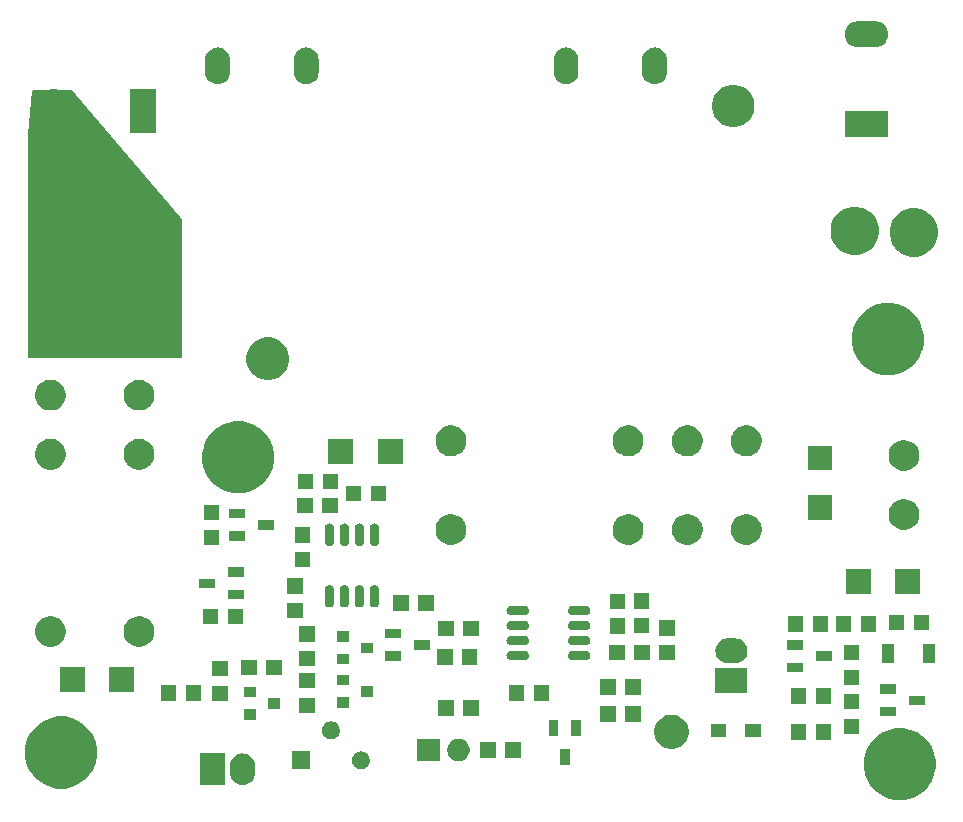
<source format=gbr>
%TF.GenerationSoftware,KiCad,Pcbnew,(6.0.0-rc1-dev-882-gdbc9130da)*%
%TF.CreationDate,2019-10-18T11:57:10+08:00*%
%TF.ProjectId,SoftStartLamp,536F667453746172744C616D702E6B69,rev?*%
%TF.SameCoordinates,Original*%
%TF.FileFunction,Soldermask,Top*%
%TF.FilePolarity,Negative*%
%FSLAX46Y46*%
G04 Gerber Fmt 4.6, Leading zero omitted, Abs format (unit mm)*
G04 Created by KiCad (PCBNEW (6.0.0-rc1-dev-882-gdbc9130da)) date 2019/10/18 11:57:10*
%MOMM*%
%LPD*%
G01*
G04 APERTURE LIST*
%ADD10C,0.100000*%
%ADD11C,0.350000*%
G04 APERTURE END LIST*
D10*
G36*
X52705000Y-48895000D02*
X55880000Y-48895000D01*
X65151000Y-59817000D01*
X65151000Y-71501000D01*
X52197000Y-71501000D01*
X52197000Y-52705000D01*
X52578000Y-49022000D01*
X52705000Y-48895000D01*
G37*
X52705000Y-48895000D02*
X55880000Y-48895000D01*
X65151000Y-59817000D01*
X65151000Y-71501000D01*
X52197000Y-71501000D01*
X52197000Y-52705000D01*
X52578000Y-49022000D01*
X52705000Y-48895000D01*
D11*
G36*
X126889941Y-103066248D02*
X126889943Y-103066249D01*
X126889944Y-103066249D01*
X127445190Y-103296239D01*
X127903898Y-103602738D01*
X127944902Y-103630136D01*
X128369864Y-104055098D01*
X128369866Y-104055101D01*
X128703761Y-104554810D01*
X128925529Y-105090207D01*
X128933752Y-105110059D01*
X129051000Y-105699501D01*
X129051000Y-106300499D01*
X128944246Y-106837186D01*
X128933751Y-106889944D01*
X128703761Y-107445190D01*
X128478655Y-107782085D01*
X128369864Y-107944902D01*
X127944902Y-108369864D01*
X127944899Y-108369866D01*
X127445190Y-108703761D01*
X126889944Y-108933751D01*
X126889943Y-108933751D01*
X126889941Y-108933752D01*
X126300499Y-109051000D01*
X125699501Y-109051000D01*
X125110059Y-108933752D01*
X125110057Y-108933751D01*
X125110056Y-108933751D01*
X124554810Y-108703761D01*
X124055101Y-108369866D01*
X124055098Y-108369864D01*
X123630136Y-107944902D01*
X123521345Y-107782085D01*
X123296239Y-107445190D01*
X123066249Y-106889944D01*
X123055755Y-106837186D01*
X122949000Y-106300499D01*
X122949000Y-105699501D01*
X123066248Y-105110059D01*
X123074471Y-105090207D01*
X123296239Y-104554810D01*
X123630134Y-104055101D01*
X123630136Y-104055098D01*
X124055098Y-103630136D01*
X124096102Y-103602738D01*
X124554810Y-103296239D01*
X125110056Y-103066249D01*
X125110057Y-103066249D01*
X125110059Y-103066248D01*
X125699501Y-102949000D01*
X126300499Y-102949000D01*
X126889941Y-103066248D01*
X126889941Y-103066248D01*
G37*
G36*
X55889941Y-102066248D02*
X55889943Y-102066249D01*
X55889944Y-102066249D01*
X56445190Y-102296239D01*
X56859392Y-102573000D01*
X56944902Y-102630136D01*
X57369864Y-103055098D01*
X57369866Y-103055101D01*
X57703761Y-103554810D01*
X57929584Y-104099996D01*
X57933752Y-104110059D01*
X58051000Y-104699501D01*
X58051000Y-105300499D01*
X57935122Y-105883056D01*
X57933751Y-105889944D01*
X57703761Y-106445190D01*
X57406588Y-106889941D01*
X57369864Y-106944902D01*
X56944902Y-107369864D01*
X56944899Y-107369866D01*
X56445190Y-107703761D01*
X55889944Y-107933751D01*
X55889943Y-107933751D01*
X55889941Y-107933752D01*
X55300499Y-108051000D01*
X54699501Y-108051000D01*
X54110059Y-107933752D01*
X54110057Y-107933751D01*
X54110056Y-107933751D01*
X53554810Y-107703761D01*
X53055101Y-107369866D01*
X53055098Y-107369864D01*
X52630136Y-106944902D01*
X52593412Y-106889941D01*
X52296239Y-106445190D01*
X52066249Y-105889944D01*
X52064879Y-105883056D01*
X51949000Y-105300499D01*
X51949000Y-104699501D01*
X52066248Y-104110059D01*
X52070416Y-104099996D01*
X52296239Y-103554810D01*
X52630134Y-103055101D01*
X52630136Y-103055098D01*
X53055098Y-102630136D01*
X53140608Y-102573000D01*
X53554810Y-102296239D01*
X54110056Y-102066249D01*
X54110057Y-102066249D01*
X54110059Y-102066248D01*
X54699501Y-101949000D01*
X55300499Y-101949000D01*
X55889941Y-102066248D01*
X55889941Y-102066248D01*
G37*
G36*
X70564031Y-105090207D02*
X70762145Y-105150305D01*
X70944729Y-105247897D01*
X71104765Y-105379235D01*
X71104766Y-105379237D01*
X71104768Y-105379238D01*
X71158691Y-105444944D01*
X71236103Y-105539271D01*
X71333695Y-105721854D01*
X71393793Y-105919968D01*
X71409000Y-106074370D01*
X71409000Y-106777629D01*
X71393793Y-106932031D01*
X71365686Y-107024686D01*
X71333695Y-107130147D01*
X71317005Y-107161371D01*
X71236103Y-107312729D01*
X71104765Y-107472765D01*
X70944729Y-107604103D01*
X70762146Y-107701695D01*
X70564032Y-107761793D01*
X70358000Y-107782085D01*
X70151969Y-107761793D01*
X69953855Y-107701695D01*
X69771272Y-107604103D01*
X69611236Y-107472765D01*
X69526787Y-107369864D01*
X69479899Y-107312731D01*
X69382306Y-107130148D01*
X69350314Y-107024686D01*
X69322207Y-106932032D01*
X69307000Y-106777630D01*
X69307000Y-106074371D01*
X69322207Y-105919969D01*
X69382305Y-105721855D01*
X69479897Y-105539271D01*
X69611235Y-105379235D01*
X69611237Y-105379234D01*
X69611238Y-105379232D01*
X69771269Y-105247899D01*
X69771271Y-105247897D01*
X69953854Y-105150305D01*
X70151968Y-105090207D01*
X70358000Y-105069915D01*
X70564031Y-105090207D01*
X70564031Y-105090207D01*
G37*
G36*
X68869000Y-107777000D02*
X66767000Y-107777000D01*
X66767000Y-105075000D01*
X68869000Y-105075000D01*
X68869000Y-107777000D01*
X68869000Y-107777000D01*
G37*
G36*
X76062000Y-106415000D02*
X74560000Y-106415000D01*
X74560000Y-104913000D01*
X76062000Y-104913000D01*
X76062000Y-106415000D01*
X76062000Y-106415000D01*
G37*
G36*
X80523004Y-104924544D02*
X80610059Y-104941860D01*
X80746732Y-104998472D01*
X80827435Y-105052396D01*
X80869738Y-105080662D01*
X80974338Y-105185262D01*
X80974340Y-105185265D01*
X81056528Y-105308268D01*
X81113140Y-105444941D01*
X81126814Y-105513688D01*
X81142000Y-105590031D01*
X81142000Y-105737969D01*
X81132082Y-105787829D01*
X81113140Y-105883059D01*
X81056528Y-106019732D01*
X81020021Y-106074369D01*
X80974338Y-106142738D01*
X80869738Y-106247338D01*
X80869735Y-106247340D01*
X80746732Y-106329528D01*
X80610059Y-106386140D01*
X80523004Y-106403456D01*
X80464969Y-106415000D01*
X80317031Y-106415000D01*
X80258996Y-106403456D01*
X80171941Y-106386140D01*
X80035268Y-106329528D01*
X79912265Y-106247340D01*
X79912262Y-106247338D01*
X79807662Y-106142738D01*
X79761979Y-106074369D01*
X79725472Y-106019732D01*
X79668860Y-105883059D01*
X79649918Y-105787829D01*
X79640000Y-105737969D01*
X79640000Y-105590031D01*
X79655186Y-105513688D01*
X79668860Y-105444941D01*
X79725472Y-105308268D01*
X79807660Y-105185265D01*
X79807662Y-105185262D01*
X79912262Y-105080662D01*
X79954565Y-105052396D01*
X80035268Y-104998472D01*
X80171941Y-104941860D01*
X80258996Y-104924544D01*
X80317031Y-104913000D01*
X80464969Y-104913000D01*
X80523004Y-104924544D01*
X80523004Y-104924544D01*
G37*
G36*
X98064000Y-106066000D02*
X97262000Y-106066000D01*
X97262000Y-104714000D01*
X98064000Y-104714000D01*
X98064000Y-106066000D01*
X98064000Y-106066000D01*
G37*
G36*
X87057000Y-105726000D02*
X85155000Y-105726000D01*
X85155000Y-103824000D01*
X87057000Y-103824000D01*
X87057000Y-105726000D01*
X87057000Y-105726000D01*
G37*
G36*
X88923396Y-103860546D02*
X89096466Y-103932234D01*
X89252230Y-104036312D01*
X89384688Y-104168770D01*
X89488766Y-104324534D01*
X89560454Y-104497604D01*
X89597000Y-104681333D01*
X89597000Y-104868667D01*
X89560454Y-105052396D01*
X89488766Y-105225466D01*
X89384688Y-105381230D01*
X89252230Y-105513688D01*
X89096466Y-105617766D01*
X88923396Y-105689454D01*
X88739667Y-105726000D01*
X88552333Y-105726000D01*
X88368604Y-105689454D01*
X88195534Y-105617766D01*
X88039770Y-105513688D01*
X87907312Y-105381230D01*
X87803234Y-105225466D01*
X87731546Y-105052396D01*
X87695000Y-104868667D01*
X87695000Y-104681333D01*
X87731546Y-104497604D01*
X87803234Y-104324534D01*
X87907312Y-104168770D01*
X88039770Y-104036312D01*
X88195534Y-103932234D01*
X88368604Y-103860546D01*
X88552333Y-103824000D01*
X88739667Y-103824000D01*
X88923396Y-103860546D01*
X88923396Y-103860546D01*
G37*
G36*
X91803000Y-105426000D02*
X90501000Y-105426000D01*
X90501000Y-104124000D01*
X91803000Y-104124000D01*
X91803000Y-105426000D01*
X91803000Y-105426000D01*
G37*
G36*
X93903000Y-105426000D02*
X92601000Y-105426000D01*
X92601000Y-104124000D01*
X93903000Y-104124000D01*
X93903000Y-105426000D01*
X93903000Y-105426000D01*
G37*
G36*
X107103238Y-101855760D02*
X107103240Y-101855761D01*
X107103241Y-101855761D01*
X107367306Y-101965140D01*
X107367307Y-101965141D01*
X107604962Y-102123937D01*
X107807063Y-102326038D01*
X107807065Y-102326041D01*
X107965860Y-102563694D01*
X108050597Y-102768268D01*
X108075240Y-102827762D01*
X108131000Y-103108088D01*
X108131000Y-103393912D01*
X108084013Y-103630134D01*
X108075239Y-103674241D01*
X107965860Y-103938306D01*
X107857822Y-104099996D01*
X107807063Y-104175962D01*
X107604962Y-104378063D01*
X107604959Y-104378065D01*
X107367306Y-104536860D01*
X107103241Y-104646239D01*
X107103240Y-104646239D01*
X107103238Y-104646240D01*
X106822912Y-104702000D01*
X106537088Y-104702000D01*
X106256762Y-104646240D01*
X106256760Y-104646239D01*
X106256759Y-104646239D01*
X105992694Y-104536860D01*
X105755041Y-104378065D01*
X105755038Y-104378063D01*
X105552937Y-104175962D01*
X105502178Y-104099996D01*
X105394140Y-103938306D01*
X105284761Y-103674241D01*
X105275988Y-103630134D01*
X105229000Y-103393912D01*
X105229000Y-103108088D01*
X105284760Y-102827762D01*
X105309403Y-102768268D01*
X105394140Y-102563694D01*
X105552935Y-102326041D01*
X105552937Y-102326038D01*
X105755038Y-102123937D01*
X105992693Y-101965141D01*
X105992694Y-101965140D01*
X106256759Y-101855761D01*
X106256760Y-101855761D01*
X106256762Y-101855760D01*
X106537088Y-101800000D01*
X106822912Y-101800000D01*
X107103238Y-101855760D01*
X107103238Y-101855760D01*
G37*
G36*
X118092000Y-103902000D02*
X116790000Y-103902000D01*
X116790000Y-102600000D01*
X118092000Y-102600000D01*
X118092000Y-103902000D01*
X118092000Y-103902000D01*
G37*
G36*
X120192000Y-103902000D02*
X118890000Y-103902000D01*
X118890000Y-102600000D01*
X120192000Y-102600000D01*
X120192000Y-103902000D01*
X120192000Y-103902000D01*
G37*
G36*
X77983004Y-102384544D02*
X78070059Y-102401860D01*
X78206732Y-102458472D01*
X78206733Y-102458473D01*
X78329738Y-102540662D01*
X78434338Y-102645262D01*
X78434340Y-102645265D01*
X78516528Y-102768268D01*
X78573140Y-102904941D01*
X78587138Y-102975314D01*
X78602000Y-103050031D01*
X78602000Y-103197969D01*
X78590456Y-103256004D01*
X78573140Y-103343059D01*
X78516528Y-103479732D01*
X78436922Y-103598871D01*
X78434338Y-103602738D01*
X78329738Y-103707338D01*
X78329735Y-103707340D01*
X78206732Y-103789528D01*
X78070059Y-103846140D01*
X77983004Y-103863456D01*
X77924969Y-103875000D01*
X77777031Y-103875000D01*
X77718996Y-103863456D01*
X77631941Y-103846140D01*
X77495268Y-103789528D01*
X77372265Y-103707340D01*
X77372262Y-103707338D01*
X77267662Y-103602738D01*
X77265078Y-103598871D01*
X77185472Y-103479732D01*
X77128860Y-103343059D01*
X77111544Y-103256004D01*
X77100000Y-103197969D01*
X77100000Y-103050031D01*
X77114862Y-102975314D01*
X77128860Y-102904941D01*
X77185472Y-102768268D01*
X77267660Y-102645265D01*
X77267662Y-102645262D01*
X77372262Y-102540662D01*
X77495267Y-102458473D01*
X77495268Y-102458472D01*
X77631941Y-102401860D01*
X77718996Y-102384544D01*
X77777031Y-102373000D01*
X77924969Y-102373000D01*
X77983004Y-102384544D01*
X77983004Y-102384544D01*
G37*
G36*
X114292000Y-103675000D02*
X112940000Y-103675000D01*
X112940000Y-102573000D01*
X114292000Y-102573000D01*
X114292000Y-103675000D01*
X114292000Y-103675000D01*
G37*
G36*
X111342000Y-103675000D02*
X109990000Y-103675000D01*
X109990000Y-102573000D01*
X111342000Y-102573000D01*
X111342000Y-103675000D01*
X111342000Y-103675000D01*
G37*
G36*
X97114000Y-103566000D02*
X96312000Y-103566000D01*
X96312000Y-102214000D01*
X97114000Y-102214000D01*
X97114000Y-103566000D01*
X97114000Y-103566000D01*
G37*
G36*
X99014000Y-103566000D02*
X98212000Y-103566000D01*
X98212000Y-102214000D01*
X99014000Y-102214000D01*
X99014000Y-103566000D01*
X99014000Y-103566000D01*
G37*
G36*
X122583294Y-103433657D02*
X121281294Y-103433657D01*
X121281294Y-102131657D01*
X122583294Y-102131657D01*
X122583294Y-103433657D01*
X122583294Y-103433657D01*
G37*
G36*
X101963000Y-102378000D02*
X100661000Y-102378000D01*
X100661000Y-101076000D01*
X101963000Y-101076000D01*
X101963000Y-102378000D01*
X101963000Y-102378000D01*
G37*
G36*
X104063000Y-102378000D02*
X102761000Y-102378000D01*
X102761000Y-101076000D01*
X104063000Y-101076000D01*
X104063000Y-102378000D01*
X104063000Y-102378000D01*
G37*
G36*
X71510000Y-102239000D02*
X70508000Y-102239000D01*
X70508000Y-101337000D01*
X71510000Y-101337000D01*
X71510000Y-102239000D01*
X71510000Y-102239000D01*
G37*
G36*
X125664000Y-101935000D02*
X124312000Y-101935000D01*
X124312000Y-101133000D01*
X125664000Y-101133000D01*
X125664000Y-101935000D01*
X125664000Y-101935000D01*
G37*
G36*
X90347000Y-101870000D02*
X89045000Y-101870000D01*
X89045000Y-100568000D01*
X90347000Y-100568000D01*
X90347000Y-101870000D01*
X90347000Y-101870000D01*
G37*
G36*
X88247000Y-101870000D02*
X86945000Y-101870000D01*
X86945000Y-100568000D01*
X88247000Y-100568000D01*
X88247000Y-101870000D01*
X88247000Y-101870000D01*
G37*
G36*
X76470000Y-101650000D02*
X75168000Y-101650000D01*
X75168000Y-100348000D01*
X76470000Y-100348000D01*
X76470000Y-101650000D01*
X76470000Y-101650000D01*
G37*
G36*
X122583294Y-101333657D02*
X121281294Y-101333657D01*
X121281294Y-100031657D01*
X122583294Y-100031657D01*
X122583294Y-101333657D01*
X122583294Y-101333657D01*
G37*
G36*
X73510000Y-101289000D02*
X72508000Y-101289000D01*
X72508000Y-100387000D01*
X73510000Y-100387000D01*
X73510000Y-101289000D01*
X73510000Y-101289000D01*
G37*
G36*
X79384000Y-101223000D02*
X78382000Y-101223000D01*
X78382000Y-100321000D01*
X79384000Y-100321000D01*
X79384000Y-101223000D01*
X79384000Y-101223000D01*
G37*
G36*
X128164000Y-100985000D02*
X126812000Y-100985000D01*
X126812000Y-100183000D01*
X128164000Y-100183000D01*
X128164000Y-100985000D01*
X128164000Y-100985000D01*
G37*
G36*
X120192000Y-100854000D02*
X118890000Y-100854000D01*
X118890000Y-99552000D01*
X120192000Y-99552000D01*
X120192000Y-100854000D01*
X120192000Y-100854000D01*
G37*
G36*
X118092000Y-100854000D02*
X116790000Y-100854000D01*
X116790000Y-99552000D01*
X118092000Y-99552000D01*
X118092000Y-100854000D01*
X118092000Y-100854000D01*
G37*
G36*
X69104000Y-100634000D02*
X67802000Y-100634000D01*
X67802000Y-99332000D01*
X69104000Y-99332000D01*
X69104000Y-100634000D01*
X69104000Y-100634000D01*
G37*
G36*
X96316000Y-100600000D02*
X95014000Y-100600000D01*
X95014000Y-99298000D01*
X96316000Y-99298000D01*
X96316000Y-100600000D01*
X96316000Y-100600000D01*
G37*
G36*
X66852000Y-100600000D02*
X65550000Y-100600000D01*
X65550000Y-99298000D01*
X66852000Y-99298000D01*
X66852000Y-100600000D01*
X66852000Y-100600000D01*
G37*
G36*
X64752000Y-100600000D02*
X63450000Y-100600000D01*
X63450000Y-99298000D01*
X64752000Y-99298000D01*
X64752000Y-100600000D01*
X64752000Y-100600000D01*
G37*
G36*
X94216000Y-100600000D02*
X92914000Y-100600000D01*
X92914000Y-99298000D01*
X94216000Y-99298000D01*
X94216000Y-100600000D01*
X94216000Y-100600000D01*
G37*
G36*
X71510000Y-100339000D02*
X70508000Y-100339000D01*
X70508000Y-99437000D01*
X71510000Y-99437000D01*
X71510000Y-100339000D01*
X71510000Y-100339000D01*
G37*
G36*
X81384000Y-100273000D02*
X80382000Y-100273000D01*
X80382000Y-99371000D01*
X81384000Y-99371000D01*
X81384000Y-100273000D01*
X81384000Y-100273000D01*
G37*
G36*
X101963000Y-100092000D02*
X100661000Y-100092000D01*
X100661000Y-98790000D01*
X101963000Y-98790000D01*
X101963000Y-100092000D01*
X101963000Y-100092000D01*
G37*
G36*
X104063000Y-100092000D02*
X102761000Y-100092000D01*
X102761000Y-98790000D01*
X104063000Y-98790000D01*
X104063000Y-100092000D01*
X104063000Y-100092000D01*
G37*
G36*
X125664000Y-100035000D02*
X124312000Y-100035000D01*
X124312000Y-99233000D01*
X125664000Y-99233000D01*
X125664000Y-100035000D01*
X125664000Y-100035000D01*
G37*
G36*
X113111000Y-99984000D02*
X110409000Y-99984000D01*
X110409000Y-97882000D01*
X113111000Y-97882000D01*
X113111000Y-99984000D01*
X113111000Y-99984000D01*
G37*
G36*
X61190000Y-99857000D02*
X59088000Y-99857000D01*
X59088000Y-97755000D01*
X61190000Y-97755000D01*
X61190000Y-99857000D01*
X61190000Y-99857000D01*
G37*
G36*
X56990000Y-99857000D02*
X54888000Y-99857000D01*
X54888000Y-97755000D01*
X56990000Y-97755000D01*
X56990000Y-99857000D01*
X56990000Y-99857000D01*
G37*
G36*
X76470000Y-99550000D02*
X75168000Y-99550000D01*
X75168000Y-98248000D01*
X76470000Y-98248000D01*
X76470000Y-99550000D01*
X76470000Y-99550000D01*
G37*
G36*
X79384000Y-99323000D02*
X78382000Y-99323000D01*
X78382000Y-98421000D01*
X79384000Y-98421000D01*
X79384000Y-99323000D01*
X79384000Y-99323000D01*
G37*
G36*
X122583294Y-99276657D02*
X121281294Y-99276657D01*
X121281294Y-97974657D01*
X122583294Y-97974657D01*
X122583294Y-99276657D01*
X122583294Y-99276657D01*
G37*
G36*
X69104000Y-98534000D02*
X67802000Y-98534000D01*
X67802000Y-97232000D01*
X69104000Y-97232000D01*
X69104000Y-98534000D01*
X69104000Y-98534000D01*
G37*
G36*
X71576000Y-98441000D02*
X70274000Y-98441000D01*
X70274000Y-97139000D01*
X71576000Y-97139000D01*
X71576000Y-98441000D01*
X71576000Y-98441000D01*
G37*
G36*
X73676000Y-98441000D02*
X72374000Y-98441000D01*
X72374000Y-97139000D01*
X73676000Y-97139000D01*
X73676000Y-98441000D01*
X73676000Y-98441000D01*
G37*
G36*
X117782294Y-98191657D02*
X116430294Y-98191657D01*
X116430294Y-97389657D01*
X117782294Y-97389657D01*
X117782294Y-98191657D01*
X117782294Y-98191657D01*
G37*
G36*
X76470000Y-97713000D02*
X75168000Y-97713000D01*
X75168000Y-96411000D01*
X76470000Y-96411000D01*
X76470000Y-97713000D01*
X76470000Y-97713000D01*
G37*
G36*
X88154000Y-97552000D02*
X86852000Y-97552000D01*
X86852000Y-96250000D01*
X88154000Y-96250000D01*
X88154000Y-97552000D01*
X88154000Y-97552000D01*
G37*
G36*
X90254000Y-97552000D02*
X88952000Y-97552000D01*
X88952000Y-96250000D01*
X90254000Y-96250000D01*
X90254000Y-97552000D01*
X90254000Y-97552000D01*
G37*
G36*
X79384000Y-97540000D02*
X78382000Y-97540000D01*
X78382000Y-96638000D01*
X79384000Y-96638000D01*
X79384000Y-97540000D01*
X79384000Y-97540000D01*
G37*
G36*
X128997000Y-97448000D02*
X127995000Y-97448000D01*
X127995000Y-95846000D01*
X128997000Y-95846000D01*
X128997000Y-97448000D01*
X128997000Y-97448000D01*
G37*
G36*
X125497000Y-97448000D02*
X124495000Y-97448000D01*
X124495000Y-95846000D01*
X125497000Y-95846000D01*
X125497000Y-97448000D01*
X125497000Y-97448000D01*
G37*
G36*
X112142510Y-95345041D02*
X112266032Y-95357207D01*
X112464146Y-95417305D01*
X112646729Y-95514897D01*
X112806765Y-95646235D01*
X112938103Y-95806271D01*
X113035695Y-95988854D01*
X113095793Y-96186968D01*
X113116085Y-96393000D01*
X113095793Y-96599032D01*
X113035695Y-96797146D01*
X112938103Y-96979729D01*
X112806765Y-97139765D01*
X112646729Y-97271103D01*
X112464146Y-97368695D01*
X112266032Y-97428793D01*
X112142510Y-97440959D01*
X112111631Y-97444000D01*
X111408369Y-97444000D01*
X111377490Y-97440959D01*
X111253968Y-97428793D01*
X111055854Y-97368695D01*
X110873271Y-97271103D01*
X110713235Y-97139765D01*
X110581897Y-96979729D01*
X110484305Y-96797146D01*
X110424207Y-96599032D01*
X110403915Y-96393000D01*
X110424207Y-96186968D01*
X110484305Y-95988854D01*
X110581897Y-95806271D01*
X110713235Y-95646235D01*
X110873271Y-95514897D01*
X111055854Y-95417305D01*
X111253968Y-95357207D01*
X111377490Y-95345041D01*
X111408369Y-95342000D01*
X112111631Y-95342000D01*
X112142510Y-95345041D01*
X112142510Y-95345041D01*
G37*
G36*
X120282294Y-97241657D02*
X118930294Y-97241657D01*
X118930294Y-96439657D01*
X120282294Y-96439657D01*
X120282294Y-97241657D01*
X120282294Y-97241657D01*
G37*
G36*
X83754000Y-97236000D02*
X82402000Y-97236000D01*
X82402000Y-96434000D01*
X83754000Y-96434000D01*
X83754000Y-97236000D01*
X83754000Y-97236000D01*
G37*
G36*
X106950000Y-97205000D02*
X105648000Y-97205000D01*
X105648000Y-95903000D01*
X106950000Y-95903000D01*
X106950000Y-97205000D01*
X106950000Y-97205000D01*
G37*
G36*
X122583294Y-97176657D02*
X121281294Y-97176657D01*
X121281294Y-95874657D01*
X122583294Y-95874657D01*
X122583294Y-97176657D01*
X122583294Y-97176657D01*
G37*
G36*
X94255335Y-96374934D02*
X94294610Y-96378802D01*
X94341413Y-96393000D01*
X94370199Y-96401732D01*
X94439860Y-96438967D01*
X94500922Y-96489078D01*
X94551033Y-96550140D01*
X94588268Y-96619801D01*
X94595911Y-96644998D01*
X94611198Y-96695390D01*
X94618940Y-96774000D01*
X94611198Y-96852610D01*
X94595911Y-96903002D01*
X94588268Y-96928199D01*
X94551033Y-96997860D01*
X94500922Y-97058922D01*
X94439860Y-97109033D01*
X94370199Y-97146268D01*
X94345002Y-97153911D01*
X94294610Y-97169198D01*
X94255335Y-97173066D01*
X94235699Y-97175000D01*
X93096301Y-97175000D01*
X93076665Y-97173066D01*
X93037390Y-97169198D01*
X92986998Y-97153911D01*
X92961801Y-97146268D01*
X92892140Y-97109033D01*
X92831078Y-97058922D01*
X92780967Y-96997860D01*
X92743732Y-96928199D01*
X92736089Y-96903002D01*
X92720802Y-96852610D01*
X92713060Y-96774000D01*
X92720802Y-96695390D01*
X92736089Y-96644998D01*
X92743732Y-96619801D01*
X92780967Y-96550140D01*
X92831078Y-96489078D01*
X92892140Y-96438967D01*
X92961801Y-96401732D01*
X92990587Y-96393000D01*
X93037390Y-96378802D01*
X93076665Y-96374934D01*
X93096301Y-96373000D01*
X94235699Y-96373000D01*
X94255335Y-96374934D01*
X94255335Y-96374934D01*
G37*
G36*
X99455335Y-96374934D02*
X99494610Y-96378802D01*
X99541413Y-96393000D01*
X99570199Y-96401732D01*
X99639860Y-96438967D01*
X99700922Y-96489078D01*
X99751033Y-96550140D01*
X99788268Y-96619801D01*
X99795911Y-96644998D01*
X99811198Y-96695390D01*
X99818940Y-96774000D01*
X99811198Y-96852610D01*
X99795911Y-96903002D01*
X99788268Y-96928199D01*
X99751033Y-96997860D01*
X99700922Y-97058922D01*
X99639860Y-97109033D01*
X99570199Y-97146268D01*
X99545002Y-97153911D01*
X99494610Y-97169198D01*
X99455335Y-97173066D01*
X99435699Y-97175000D01*
X98296301Y-97175000D01*
X98276665Y-97173066D01*
X98237390Y-97169198D01*
X98186998Y-97153911D01*
X98161801Y-97146268D01*
X98092140Y-97109033D01*
X98031078Y-97058922D01*
X97980967Y-96997860D01*
X97943732Y-96928199D01*
X97936089Y-96903002D01*
X97920802Y-96852610D01*
X97913060Y-96774000D01*
X97920802Y-96695390D01*
X97936089Y-96644998D01*
X97943732Y-96619801D01*
X97980967Y-96550140D01*
X98031078Y-96489078D01*
X98092140Y-96438967D01*
X98161801Y-96401732D01*
X98190587Y-96393000D01*
X98237390Y-96378802D01*
X98276665Y-96374934D01*
X98296301Y-96373000D01*
X99435699Y-96373000D01*
X99455335Y-96374934D01*
X99455335Y-96374934D01*
G37*
G36*
X104825000Y-97171000D02*
X103523000Y-97171000D01*
X103523000Y-95869000D01*
X104825000Y-95869000D01*
X104825000Y-97171000D01*
X104825000Y-97171000D01*
G37*
G36*
X102725000Y-97171000D02*
X101423000Y-97171000D01*
X101423000Y-95869000D01*
X102725000Y-95869000D01*
X102725000Y-97171000D01*
X102725000Y-97171000D01*
G37*
G36*
X81384000Y-96590000D02*
X80382000Y-96590000D01*
X80382000Y-95688000D01*
X81384000Y-95688000D01*
X81384000Y-96590000D01*
X81384000Y-96590000D01*
G37*
G36*
X117782294Y-96291657D02*
X116430294Y-96291657D01*
X116430294Y-95489657D01*
X117782294Y-95489657D01*
X117782294Y-96291657D01*
X117782294Y-96291657D01*
G37*
G36*
X86254000Y-96286000D02*
X84902000Y-96286000D01*
X84902000Y-95484000D01*
X86254000Y-95484000D01*
X86254000Y-96286000D01*
X86254000Y-96286000D01*
G37*
G36*
X61981485Y-93490996D02*
X61981487Y-93490997D01*
X61981488Y-93490997D01*
X62218255Y-93589069D01*
X62431342Y-93731449D01*
X62612551Y-93912658D01*
X62754931Y-94125745D01*
X62853004Y-94362515D01*
X62903000Y-94613861D01*
X62903000Y-94870139D01*
X62855527Y-95108802D01*
X62853003Y-95121488D01*
X62833336Y-95168968D01*
X62754931Y-95358255D01*
X62612551Y-95571342D01*
X62431342Y-95752551D01*
X62431339Y-95752553D01*
X62218255Y-95894931D01*
X61981488Y-95993003D01*
X61981487Y-95993003D01*
X61981485Y-95993004D01*
X61730139Y-96043000D01*
X61473861Y-96043000D01*
X61222515Y-95993004D01*
X61222513Y-95993003D01*
X61222512Y-95993003D01*
X60985745Y-95894931D01*
X60772661Y-95752553D01*
X60772658Y-95752551D01*
X60591449Y-95571342D01*
X60449069Y-95358255D01*
X60370664Y-95168968D01*
X60350997Y-95121488D01*
X60348474Y-95108802D01*
X60301000Y-94870139D01*
X60301000Y-94613861D01*
X60350996Y-94362515D01*
X60449069Y-94125745D01*
X60591449Y-93912658D01*
X60772658Y-93731449D01*
X60985745Y-93589069D01*
X61222512Y-93490997D01*
X61222513Y-93490997D01*
X61222515Y-93490996D01*
X61473861Y-93441000D01*
X61730139Y-93441000D01*
X61981485Y-93490996D01*
X61981485Y-93490996D01*
G37*
G36*
X54481485Y-93490996D02*
X54481487Y-93490997D01*
X54481488Y-93490997D01*
X54718255Y-93589069D01*
X54931342Y-93731449D01*
X55112551Y-93912658D01*
X55254931Y-94125745D01*
X55353004Y-94362515D01*
X55403000Y-94613861D01*
X55403000Y-94870139D01*
X55355527Y-95108802D01*
X55353003Y-95121488D01*
X55333336Y-95168968D01*
X55254931Y-95358255D01*
X55112551Y-95571342D01*
X54931342Y-95752551D01*
X54931339Y-95752553D01*
X54718255Y-95894931D01*
X54481488Y-95993003D01*
X54481487Y-95993003D01*
X54481485Y-95993004D01*
X54230139Y-96043000D01*
X53973861Y-96043000D01*
X53722515Y-95993004D01*
X53722513Y-95993003D01*
X53722512Y-95993003D01*
X53485745Y-95894931D01*
X53272661Y-95752553D01*
X53272658Y-95752551D01*
X53091449Y-95571342D01*
X52949069Y-95358255D01*
X52870664Y-95168968D01*
X52850997Y-95121488D01*
X52848474Y-95108802D01*
X52801000Y-94870139D01*
X52801000Y-94613861D01*
X52850996Y-94362515D01*
X52949069Y-94125745D01*
X53091449Y-93912658D01*
X53272658Y-93731449D01*
X53485745Y-93589069D01*
X53722512Y-93490997D01*
X53722513Y-93490997D01*
X53722515Y-93490996D01*
X53973861Y-93441000D01*
X54230139Y-93441000D01*
X54481485Y-93490996D01*
X54481485Y-93490996D01*
G37*
G36*
X94255335Y-95104934D02*
X94294610Y-95108802D01*
X94336419Y-95121485D01*
X94370199Y-95131732D01*
X94439860Y-95168967D01*
X94500922Y-95219078D01*
X94551033Y-95280140D01*
X94588268Y-95349801D01*
X94590832Y-95358255D01*
X94611198Y-95425390D01*
X94618940Y-95504000D01*
X94611198Y-95582610D01*
X94601979Y-95613000D01*
X94588268Y-95658199D01*
X94551033Y-95727860D01*
X94500922Y-95788922D01*
X94439860Y-95839033D01*
X94370199Y-95876268D01*
X94345002Y-95883911D01*
X94294610Y-95899198D01*
X94256005Y-95903000D01*
X94235699Y-95905000D01*
X93096301Y-95905000D01*
X93075995Y-95903000D01*
X93037390Y-95899198D01*
X92986998Y-95883911D01*
X92961801Y-95876268D01*
X92892140Y-95839033D01*
X92831078Y-95788922D01*
X92780967Y-95727860D01*
X92743732Y-95658199D01*
X92730021Y-95613000D01*
X92720802Y-95582610D01*
X92713060Y-95504000D01*
X92720802Y-95425390D01*
X92741168Y-95358255D01*
X92743732Y-95349801D01*
X92780967Y-95280140D01*
X92831078Y-95219078D01*
X92892140Y-95168967D01*
X92961801Y-95131732D01*
X92995581Y-95121485D01*
X93037390Y-95108802D01*
X93076665Y-95104934D01*
X93096301Y-95103000D01*
X94235699Y-95103000D01*
X94255335Y-95104934D01*
X94255335Y-95104934D01*
G37*
G36*
X99455335Y-95104934D02*
X99494610Y-95108802D01*
X99536419Y-95121485D01*
X99570199Y-95131732D01*
X99639860Y-95168967D01*
X99700922Y-95219078D01*
X99751033Y-95280140D01*
X99788268Y-95349801D01*
X99790832Y-95358255D01*
X99811198Y-95425390D01*
X99818940Y-95504000D01*
X99811198Y-95582610D01*
X99801979Y-95613000D01*
X99788268Y-95658199D01*
X99751033Y-95727860D01*
X99700922Y-95788922D01*
X99639860Y-95839033D01*
X99570199Y-95876268D01*
X99545002Y-95883911D01*
X99494610Y-95899198D01*
X99456005Y-95903000D01*
X99435699Y-95905000D01*
X98296301Y-95905000D01*
X98275995Y-95903000D01*
X98237390Y-95899198D01*
X98186998Y-95883911D01*
X98161801Y-95876268D01*
X98092140Y-95839033D01*
X98031078Y-95788922D01*
X97980967Y-95727860D01*
X97943732Y-95658199D01*
X97930021Y-95613000D01*
X97920802Y-95582610D01*
X97913060Y-95504000D01*
X97920802Y-95425390D01*
X97941168Y-95358255D01*
X97943732Y-95349801D01*
X97980967Y-95280140D01*
X98031078Y-95219078D01*
X98092140Y-95168967D01*
X98161801Y-95131732D01*
X98195581Y-95121485D01*
X98237390Y-95108802D01*
X98276665Y-95104934D01*
X98296301Y-95103000D01*
X99435699Y-95103000D01*
X99455335Y-95104934D01*
X99455335Y-95104934D01*
G37*
G36*
X79384000Y-95640000D02*
X78382000Y-95640000D01*
X78382000Y-94738000D01*
X79384000Y-94738000D01*
X79384000Y-95640000D01*
X79384000Y-95640000D01*
G37*
G36*
X76470000Y-95613000D02*
X75168000Y-95613000D01*
X75168000Y-94311000D01*
X76470000Y-94311000D01*
X76470000Y-95613000D01*
X76470000Y-95613000D01*
G37*
G36*
X83754000Y-95336000D02*
X82402000Y-95336000D01*
X82402000Y-94534000D01*
X83754000Y-94534000D01*
X83754000Y-95336000D01*
X83754000Y-95336000D01*
G37*
G36*
X90347000Y-95139000D02*
X89045000Y-95139000D01*
X89045000Y-93837000D01*
X90347000Y-93837000D01*
X90347000Y-95139000D01*
X90347000Y-95139000D01*
G37*
G36*
X88247000Y-95139000D02*
X86945000Y-95139000D01*
X86945000Y-93837000D01*
X88247000Y-93837000D01*
X88247000Y-95139000D01*
X88247000Y-95139000D01*
G37*
G36*
X106950000Y-95105000D02*
X105648000Y-95105000D01*
X105648000Y-93803000D01*
X106950000Y-93803000D01*
X106950000Y-95105000D01*
X106950000Y-95105000D01*
G37*
G36*
X102759000Y-94953000D02*
X101457000Y-94953000D01*
X101457000Y-93651000D01*
X102759000Y-93651000D01*
X102759000Y-94953000D01*
X102759000Y-94953000D01*
G37*
G36*
X104791000Y-94919000D02*
X103489000Y-94919000D01*
X103489000Y-93617000D01*
X104791000Y-93617000D01*
X104791000Y-94919000D01*
X104791000Y-94919000D01*
G37*
G36*
X119950294Y-94763657D02*
X118648294Y-94763657D01*
X118648294Y-93461657D01*
X119950294Y-93461657D01*
X119950294Y-94763657D01*
X119950294Y-94763657D01*
G37*
G36*
X117850294Y-94763657D02*
X116548294Y-94763657D01*
X116548294Y-93461657D01*
X117850294Y-93461657D01*
X117850294Y-94763657D01*
X117850294Y-94763657D01*
G37*
G36*
X121914294Y-94763657D02*
X120612294Y-94763657D01*
X120612294Y-93461657D01*
X121914294Y-93461657D01*
X121914294Y-94763657D01*
X121914294Y-94763657D01*
G37*
G36*
X124014294Y-94763657D02*
X122712294Y-94763657D01*
X122712294Y-93461657D01*
X124014294Y-93461657D01*
X124014294Y-94763657D01*
X124014294Y-94763657D01*
G37*
G36*
X94255335Y-93834934D02*
X94294610Y-93838802D01*
X94345002Y-93854089D01*
X94370199Y-93861732D01*
X94439860Y-93898967D01*
X94500922Y-93949078D01*
X94551033Y-94010140D01*
X94588268Y-94079801D01*
X94588268Y-94079802D01*
X94611198Y-94155390D01*
X94618940Y-94234000D01*
X94611198Y-94312610D01*
X94596060Y-94362512D01*
X94588268Y-94388199D01*
X94551033Y-94457860D01*
X94500922Y-94518922D01*
X94439860Y-94569033D01*
X94370199Y-94606268D01*
X94345168Y-94613861D01*
X94294610Y-94629198D01*
X94255335Y-94633066D01*
X94235699Y-94635000D01*
X93096301Y-94635000D01*
X93076665Y-94633066D01*
X93037390Y-94629198D01*
X92986832Y-94613861D01*
X92961801Y-94606268D01*
X92892140Y-94569033D01*
X92831078Y-94518922D01*
X92780967Y-94457860D01*
X92743732Y-94388199D01*
X92735940Y-94362512D01*
X92720802Y-94312610D01*
X92713060Y-94234000D01*
X92720802Y-94155390D01*
X92743732Y-94079802D01*
X92743732Y-94079801D01*
X92780967Y-94010140D01*
X92831078Y-93949078D01*
X92892140Y-93898967D01*
X92961801Y-93861732D01*
X92986998Y-93854089D01*
X93037390Y-93838802D01*
X93076665Y-93834934D01*
X93096301Y-93833000D01*
X94235699Y-93833000D01*
X94255335Y-93834934D01*
X94255335Y-93834934D01*
G37*
G36*
X99455335Y-93834934D02*
X99494610Y-93838802D01*
X99545002Y-93854089D01*
X99570199Y-93861732D01*
X99639860Y-93898967D01*
X99700922Y-93949078D01*
X99751033Y-94010140D01*
X99788268Y-94079801D01*
X99788268Y-94079802D01*
X99811198Y-94155390D01*
X99818940Y-94234000D01*
X99811198Y-94312610D01*
X99796060Y-94362512D01*
X99788268Y-94388199D01*
X99751033Y-94457860D01*
X99700922Y-94518922D01*
X99639860Y-94569033D01*
X99570199Y-94606268D01*
X99545168Y-94613861D01*
X99494610Y-94629198D01*
X99455335Y-94633066D01*
X99435699Y-94635000D01*
X98296301Y-94635000D01*
X98276665Y-94633066D01*
X98237390Y-94629198D01*
X98186832Y-94613861D01*
X98161801Y-94606268D01*
X98092140Y-94569033D01*
X98031078Y-94518922D01*
X97980967Y-94457860D01*
X97943732Y-94388199D01*
X97935940Y-94362512D01*
X97920802Y-94312610D01*
X97913060Y-94234000D01*
X97920802Y-94155390D01*
X97943732Y-94079802D01*
X97943732Y-94079801D01*
X97980967Y-94010140D01*
X98031078Y-93949078D01*
X98092140Y-93898967D01*
X98161801Y-93861732D01*
X98186998Y-93854089D01*
X98237390Y-93838802D01*
X98276665Y-93834934D01*
X98296301Y-93833000D01*
X99435699Y-93833000D01*
X99455335Y-93834934D01*
X99455335Y-93834934D01*
G37*
G36*
X128481000Y-94631000D02*
X127179000Y-94631000D01*
X127179000Y-93329000D01*
X128481000Y-93329000D01*
X128481000Y-94631000D01*
X128481000Y-94631000D01*
G37*
G36*
X126381000Y-94631000D02*
X125079000Y-94631000D01*
X125079000Y-93329000D01*
X126381000Y-93329000D01*
X126381000Y-94631000D01*
X126381000Y-94631000D01*
G37*
G36*
X70408000Y-94123000D02*
X69106000Y-94123000D01*
X69106000Y-92821000D01*
X70408000Y-92821000D01*
X70408000Y-94123000D01*
X70408000Y-94123000D01*
G37*
G36*
X68308000Y-94123000D02*
X67006000Y-94123000D01*
X67006000Y-92821000D01*
X68308000Y-92821000D01*
X68308000Y-94123000D01*
X68308000Y-94123000D01*
G37*
G36*
X75454000Y-93649000D02*
X74152000Y-93649000D01*
X74152000Y-92347000D01*
X75454000Y-92347000D01*
X75454000Y-93649000D01*
X75454000Y-93649000D01*
G37*
G36*
X99455335Y-92564934D02*
X99494610Y-92568802D01*
X99545002Y-92584089D01*
X99570199Y-92591732D01*
X99639860Y-92628967D01*
X99700922Y-92679078D01*
X99751033Y-92740140D01*
X99788268Y-92809801D01*
X99788268Y-92809802D01*
X99811198Y-92885390D01*
X99818940Y-92964000D01*
X99811198Y-93042610D01*
X99795911Y-93093002D01*
X99788268Y-93118199D01*
X99751033Y-93187860D01*
X99700922Y-93248922D01*
X99639860Y-93299033D01*
X99570199Y-93336268D01*
X99545002Y-93343911D01*
X99494610Y-93359198D01*
X99455335Y-93363066D01*
X99435699Y-93365000D01*
X98296301Y-93365000D01*
X98276665Y-93363066D01*
X98237390Y-93359198D01*
X98186998Y-93343911D01*
X98161801Y-93336268D01*
X98092140Y-93299033D01*
X98031078Y-93248922D01*
X97980967Y-93187860D01*
X97943732Y-93118199D01*
X97936089Y-93093002D01*
X97920802Y-93042610D01*
X97913060Y-92964000D01*
X97920802Y-92885390D01*
X97943732Y-92809802D01*
X97943732Y-92809801D01*
X97980967Y-92740140D01*
X98031078Y-92679078D01*
X98092140Y-92628967D01*
X98161801Y-92591732D01*
X98186998Y-92584089D01*
X98237390Y-92568802D01*
X98276665Y-92564934D01*
X98296301Y-92563000D01*
X99435699Y-92563000D01*
X99455335Y-92564934D01*
X99455335Y-92564934D01*
G37*
G36*
X94255335Y-92564934D02*
X94294610Y-92568802D01*
X94345002Y-92584089D01*
X94370199Y-92591732D01*
X94439860Y-92628967D01*
X94500922Y-92679078D01*
X94551033Y-92740140D01*
X94588268Y-92809801D01*
X94588268Y-92809802D01*
X94611198Y-92885390D01*
X94618940Y-92964000D01*
X94611198Y-93042610D01*
X94595911Y-93093002D01*
X94588268Y-93118199D01*
X94551033Y-93187860D01*
X94500922Y-93248922D01*
X94439860Y-93299033D01*
X94370199Y-93336268D01*
X94345002Y-93343911D01*
X94294610Y-93359198D01*
X94255335Y-93363066D01*
X94235699Y-93365000D01*
X93096301Y-93365000D01*
X93076665Y-93363066D01*
X93037390Y-93359198D01*
X92986998Y-93343911D01*
X92961801Y-93336268D01*
X92892140Y-93299033D01*
X92831078Y-93248922D01*
X92780967Y-93187860D01*
X92743732Y-93118199D01*
X92736089Y-93093002D01*
X92720802Y-93042610D01*
X92713060Y-92964000D01*
X92720802Y-92885390D01*
X92743732Y-92809802D01*
X92743732Y-92809801D01*
X92780967Y-92740140D01*
X92831078Y-92679078D01*
X92892140Y-92628967D01*
X92961801Y-92591732D01*
X92986998Y-92584089D01*
X93037390Y-92568802D01*
X93076665Y-92564934D01*
X93096301Y-92563000D01*
X94235699Y-92563000D01*
X94255335Y-92564934D01*
X94255335Y-92564934D01*
G37*
G36*
X86537000Y-92980000D02*
X85235000Y-92980000D01*
X85235000Y-91678000D01*
X86537000Y-91678000D01*
X86537000Y-92980000D01*
X86537000Y-92980000D01*
G37*
G36*
X84437000Y-92980000D02*
X83135000Y-92980000D01*
X83135000Y-91678000D01*
X84437000Y-91678000D01*
X84437000Y-92980000D01*
X84437000Y-92980000D01*
G37*
G36*
X102759000Y-92853000D02*
X101457000Y-92853000D01*
X101457000Y-91551000D01*
X102759000Y-91551000D01*
X102759000Y-92853000D01*
X102759000Y-92853000D01*
G37*
G36*
X104791000Y-92819000D02*
X103489000Y-92819000D01*
X103489000Y-91517000D01*
X104791000Y-91517000D01*
X104791000Y-92819000D01*
X104791000Y-92819000D01*
G37*
G36*
X81612610Y-90808802D02*
X81663002Y-90824089D01*
X81688199Y-90831732D01*
X81757860Y-90868967D01*
X81818922Y-90919078D01*
X81869033Y-90980140D01*
X81906268Y-91049801D01*
X81906268Y-91049802D01*
X81929198Y-91125390D01*
X81935000Y-91184302D01*
X81935000Y-92323698D01*
X81929198Y-92382610D01*
X81913911Y-92433002D01*
X81906268Y-92458199D01*
X81869033Y-92527860D01*
X81818922Y-92588922D01*
X81757859Y-92639035D01*
X81688201Y-92676267D01*
X81678934Y-92679078D01*
X81612609Y-92699198D01*
X81534000Y-92706940D01*
X81455390Y-92699198D01*
X81404998Y-92683911D01*
X81379801Y-92676268D01*
X81310140Y-92639033D01*
X81249078Y-92588922D01*
X81198965Y-92527859D01*
X81161733Y-92458201D01*
X81155766Y-92438529D01*
X81138802Y-92382609D01*
X81133000Y-92323697D01*
X81133001Y-91184302D01*
X81138803Y-91125390D01*
X81161733Y-91049802D01*
X81161733Y-91049801D01*
X81198968Y-90980140D01*
X81249079Y-90919078D01*
X81310141Y-90868967D01*
X81379802Y-90831732D01*
X81404999Y-90824089D01*
X81455391Y-90808802D01*
X81534000Y-90801060D01*
X81612610Y-90808802D01*
X81612610Y-90808802D01*
G37*
G36*
X80342610Y-90808802D02*
X80393002Y-90824089D01*
X80418199Y-90831732D01*
X80487860Y-90868967D01*
X80548922Y-90919078D01*
X80599033Y-90980140D01*
X80636268Y-91049801D01*
X80636268Y-91049802D01*
X80659198Y-91125390D01*
X80665000Y-91184302D01*
X80665000Y-92323698D01*
X80659198Y-92382610D01*
X80643911Y-92433002D01*
X80636268Y-92458199D01*
X80599033Y-92527860D01*
X80548922Y-92588922D01*
X80487859Y-92639035D01*
X80418201Y-92676267D01*
X80408934Y-92679078D01*
X80342609Y-92699198D01*
X80264000Y-92706940D01*
X80185390Y-92699198D01*
X80134998Y-92683911D01*
X80109801Y-92676268D01*
X80040140Y-92639033D01*
X79979078Y-92588922D01*
X79928965Y-92527859D01*
X79891733Y-92458201D01*
X79885766Y-92438529D01*
X79868802Y-92382609D01*
X79863000Y-92323697D01*
X79863001Y-91184302D01*
X79868803Y-91125390D01*
X79891733Y-91049802D01*
X79891733Y-91049801D01*
X79928968Y-90980140D01*
X79979079Y-90919078D01*
X80040141Y-90868967D01*
X80109802Y-90831732D01*
X80134999Y-90824089D01*
X80185391Y-90808802D01*
X80264000Y-90801060D01*
X80342610Y-90808802D01*
X80342610Y-90808802D01*
G37*
G36*
X79072610Y-90808802D02*
X79123002Y-90824089D01*
X79148199Y-90831732D01*
X79217860Y-90868967D01*
X79278922Y-90919078D01*
X79329033Y-90980140D01*
X79366268Y-91049801D01*
X79366268Y-91049802D01*
X79389198Y-91125390D01*
X79395000Y-91184302D01*
X79395000Y-92323698D01*
X79389198Y-92382610D01*
X79373911Y-92433002D01*
X79366268Y-92458199D01*
X79329033Y-92527860D01*
X79278922Y-92588922D01*
X79217859Y-92639035D01*
X79148201Y-92676267D01*
X79138934Y-92679078D01*
X79072609Y-92699198D01*
X78994000Y-92706940D01*
X78915390Y-92699198D01*
X78864998Y-92683911D01*
X78839801Y-92676268D01*
X78770140Y-92639033D01*
X78709078Y-92588922D01*
X78658965Y-92527859D01*
X78621733Y-92458201D01*
X78615766Y-92438529D01*
X78598802Y-92382609D01*
X78593000Y-92323697D01*
X78593001Y-91184302D01*
X78598803Y-91125390D01*
X78621733Y-91049802D01*
X78621733Y-91049801D01*
X78658968Y-90980140D01*
X78709079Y-90919078D01*
X78770141Y-90868967D01*
X78839802Y-90831732D01*
X78864999Y-90824089D01*
X78915391Y-90808802D01*
X78994000Y-90801060D01*
X79072610Y-90808802D01*
X79072610Y-90808802D01*
G37*
G36*
X77802610Y-90808802D02*
X77853002Y-90824089D01*
X77878199Y-90831732D01*
X77947860Y-90868967D01*
X78008922Y-90919078D01*
X78059033Y-90980140D01*
X78096268Y-91049801D01*
X78096268Y-91049802D01*
X78119198Y-91125390D01*
X78125000Y-91184302D01*
X78125000Y-92323698D01*
X78119198Y-92382610D01*
X78103911Y-92433002D01*
X78096268Y-92458199D01*
X78059033Y-92527860D01*
X78008922Y-92588922D01*
X77947859Y-92639035D01*
X77878201Y-92676267D01*
X77868934Y-92679078D01*
X77802609Y-92699198D01*
X77724000Y-92706940D01*
X77645390Y-92699198D01*
X77594998Y-92683911D01*
X77569801Y-92676268D01*
X77500140Y-92639033D01*
X77439078Y-92588922D01*
X77388965Y-92527859D01*
X77351733Y-92458201D01*
X77345766Y-92438529D01*
X77328802Y-92382609D01*
X77323000Y-92323697D01*
X77323001Y-91184302D01*
X77328803Y-91125390D01*
X77351733Y-91049802D01*
X77351733Y-91049801D01*
X77388968Y-90980140D01*
X77439079Y-90919078D01*
X77500141Y-90868967D01*
X77569802Y-90831732D01*
X77594999Y-90824089D01*
X77645391Y-90808802D01*
X77724000Y-90801060D01*
X77802610Y-90808802D01*
X77802610Y-90808802D01*
G37*
G36*
X70506000Y-92029000D02*
X69154000Y-92029000D01*
X69154000Y-91227000D01*
X70506000Y-91227000D01*
X70506000Y-92029000D01*
X70506000Y-92029000D01*
G37*
G36*
X127738000Y-91602000D02*
X125636000Y-91602000D01*
X125636000Y-89500000D01*
X127738000Y-89500000D01*
X127738000Y-91602000D01*
X127738000Y-91602000D01*
G37*
G36*
X123538000Y-91602000D02*
X121436000Y-91602000D01*
X121436000Y-89500000D01*
X123538000Y-89500000D01*
X123538000Y-91602000D01*
X123538000Y-91602000D01*
G37*
G36*
X75454000Y-91549000D02*
X74152000Y-91549000D01*
X74152000Y-90247000D01*
X75454000Y-90247000D01*
X75454000Y-91549000D01*
X75454000Y-91549000D01*
G37*
G36*
X68006000Y-91079000D02*
X66654000Y-91079000D01*
X66654000Y-90277000D01*
X68006000Y-90277000D01*
X68006000Y-91079000D01*
X68006000Y-91079000D01*
G37*
G36*
X70506000Y-90129000D02*
X69154000Y-90129000D01*
X69154000Y-89327000D01*
X70506000Y-89327000D01*
X70506000Y-90129000D01*
X70506000Y-90129000D01*
G37*
G36*
X76089000Y-89331000D02*
X74787000Y-89331000D01*
X74787000Y-88029000D01*
X76089000Y-88029000D01*
X76089000Y-89331000D01*
X76089000Y-89331000D01*
G37*
G36*
X77802610Y-85608802D02*
X77853002Y-85624089D01*
X77878199Y-85631732D01*
X77947860Y-85668967D01*
X78008922Y-85719078D01*
X78059033Y-85780140D01*
X78096268Y-85849801D01*
X78096268Y-85849802D01*
X78119198Y-85925390D01*
X78125000Y-85984302D01*
X78125000Y-87123698D01*
X78119198Y-87182610D01*
X78104519Y-87231000D01*
X78096268Y-87258199D01*
X78059033Y-87327860D01*
X78008922Y-87388922D01*
X77947859Y-87439035D01*
X77878201Y-87476267D01*
X77858529Y-87482234D01*
X77802609Y-87499198D01*
X77724000Y-87506940D01*
X77645390Y-87499198D01*
X77594998Y-87483911D01*
X77569801Y-87476268D01*
X77500140Y-87439033D01*
X77439078Y-87388922D01*
X77388965Y-87327859D01*
X77351733Y-87258201D01*
X77343482Y-87231000D01*
X77328802Y-87182609D01*
X77323000Y-87123697D01*
X77323001Y-85984302D01*
X77328803Y-85925390D01*
X77351733Y-85849802D01*
X77351733Y-85849801D01*
X77388968Y-85780140D01*
X77439079Y-85719078D01*
X77500141Y-85668967D01*
X77569802Y-85631732D01*
X77594999Y-85624089D01*
X77645391Y-85608802D01*
X77724000Y-85601060D01*
X77802610Y-85608802D01*
X77802610Y-85608802D01*
G37*
G36*
X79072610Y-85608802D02*
X79123002Y-85624089D01*
X79148199Y-85631732D01*
X79217860Y-85668967D01*
X79278922Y-85719078D01*
X79329033Y-85780140D01*
X79366268Y-85849801D01*
X79366268Y-85849802D01*
X79389198Y-85925390D01*
X79395000Y-85984302D01*
X79395000Y-87123698D01*
X79389198Y-87182610D01*
X79374519Y-87231000D01*
X79366268Y-87258199D01*
X79329033Y-87327860D01*
X79278922Y-87388922D01*
X79217859Y-87439035D01*
X79148201Y-87476267D01*
X79128529Y-87482234D01*
X79072609Y-87499198D01*
X78994000Y-87506940D01*
X78915390Y-87499198D01*
X78864998Y-87483911D01*
X78839801Y-87476268D01*
X78770140Y-87439033D01*
X78709078Y-87388922D01*
X78658965Y-87327859D01*
X78621733Y-87258201D01*
X78613482Y-87231000D01*
X78598802Y-87182609D01*
X78593000Y-87123697D01*
X78593001Y-85984302D01*
X78598803Y-85925390D01*
X78621733Y-85849802D01*
X78621733Y-85849801D01*
X78658968Y-85780140D01*
X78709079Y-85719078D01*
X78770141Y-85668967D01*
X78839802Y-85631732D01*
X78864999Y-85624089D01*
X78915391Y-85608802D01*
X78994000Y-85601060D01*
X79072610Y-85608802D01*
X79072610Y-85608802D01*
G37*
G36*
X80342610Y-85608802D02*
X80393002Y-85624089D01*
X80418199Y-85631732D01*
X80487860Y-85668967D01*
X80548922Y-85719078D01*
X80599033Y-85780140D01*
X80636268Y-85849801D01*
X80636268Y-85849802D01*
X80659198Y-85925390D01*
X80665000Y-85984302D01*
X80665000Y-87123698D01*
X80659198Y-87182610D01*
X80644519Y-87231000D01*
X80636268Y-87258199D01*
X80599033Y-87327860D01*
X80548922Y-87388922D01*
X80487859Y-87439035D01*
X80418201Y-87476267D01*
X80398529Y-87482234D01*
X80342609Y-87499198D01*
X80264000Y-87506940D01*
X80185390Y-87499198D01*
X80134998Y-87483911D01*
X80109801Y-87476268D01*
X80040140Y-87439033D01*
X79979078Y-87388922D01*
X79928965Y-87327859D01*
X79891733Y-87258201D01*
X79883482Y-87231000D01*
X79868802Y-87182609D01*
X79863000Y-87123697D01*
X79863001Y-85984302D01*
X79868803Y-85925390D01*
X79891733Y-85849802D01*
X79891733Y-85849801D01*
X79928968Y-85780140D01*
X79979079Y-85719078D01*
X80040141Y-85668967D01*
X80109802Y-85631732D01*
X80134999Y-85624089D01*
X80185391Y-85608802D01*
X80264000Y-85601060D01*
X80342610Y-85608802D01*
X80342610Y-85608802D01*
G37*
G36*
X81612610Y-85608802D02*
X81663002Y-85624089D01*
X81688199Y-85631732D01*
X81757860Y-85668967D01*
X81818922Y-85719078D01*
X81869033Y-85780140D01*
X81906268Y-85849801D01*
X81906268Y-85849802D01*
X81929198Y-85925390D01*
X81935000Y-85984302D01*
X81935000Y-87123698D01*
X81929198Y-87182610D01*
X81914519Y-87231000D01*
X81906268Y-87258199D01*
X81869033Y-87327860D01*
X81818922Y-87388922D01*
X81757859Y-87439035D01*
X81688201Y-87476267D01*
X81668529Y-87482234D01*
X81612609Y-87499198D01*
X81534000Y-87506940D01*
X81455390Y-87499198D01*
X81404998Y-87483911D01*
X81379801Y-87476268D01*
X81310140Y-87439033D01*
X81249078Y-87388922D01*
X81198965Y-87327859D01*
X81161733Y-87258201D01*
X81153482Y-87231000D01*
X81138802Y-87182609D01*
X81133000Y-87123697D01*
X81133001Y-85984302D01*
X81138803Y-85925390D01*
X81161733Y-85849802D01*
X81161733Y-85849801D01*
X81198968Y-85780140D01*
X81249079Y-85719078D01*
X81310141Y-85668967D01*
X81379802Y-85631732D01*
X81404999Y-85624089D01*
X81455391Y-85608802D01*
X81534000Y-85601060D01*
X81612610Y-85608802D01*
X81612610Y-85608802D01*
G37*
G36*
X68376000Y-87426000D02*
X67074000Y-87426000D01*
X67074000Y-86124000D01*
X68376000Y-86124000D01*
X68376000Y-87426000D01*
X68376000Y-87426000D01*
G37*
G36*
X88390485Y-84861996D02*
X88390487Y-84861997D01*
X88390488Y-84861997D01*
X88627255Y-84960069D01*
X88840342Y-85102449D01*
X89021551Y-85283658D01*
X89021553Y-85283661D01*
X89163931Y-85496745D01*
X89235268Y-85668967D01*
X89262004Y-85733515D01*
X89312000Y-85984861D01*
X89312000Y-86241139D01*
X89262004Y-86492485D01*
X89163931Y-86729255D01*
X89021551Y-86942342D01*
X88840342Y-87123551D01*
X88751958Y-87182607D01*
X88627255Y-87265931D01*
X88390488Y-87364003D01*
X88390487Y-87364003D01*
X88390485Y-87364004D01*
X88139139Y-87414000D01*
X87882861Y-87414000D01*
X87631515Y-87364004D01*
X87631513Y-87364003D01*
X87631512Y-87364003D01*
X87394745Y-87265931D01*
X87270042Y-87182607D01*
X87181658Y-87123551D01*
X87000449Y-86942342D01*
X86858069Y-86729255D01*
X86759996Y-86492485D01*
X86710000Y-86241139D01*
X86710000Y-85984861D01*
X86759996Y-85733515D01*
X86786733Y-85668967D01*
X86858069Y-85496745D01*
X87000447Y-85283661D01*
X87000449Y-85283658D01*
X87181658Y-85102449D01*
X87394745Y-84960069D01*
X87631512Y-84861997D01*
X87631513Y-84861997D01*
X87631515Y-84861996D01*
X87882861Y-84812000D01*
X88139139Y-84812000D01*
X88390485Y-84861996D01*
X88390485Y-84861996D01*
G37*
G36*
X103390485Y-84861996D02*
X103390487Y-84861997D01*
X103390488Y-84861997D01*
X103627255Y-84960069D01*
X103840342Y-85102449D01*
X104021551Y-85283658D01*
X104021553Y-85283661D01*
X104163931Y-85496745D01*
X104235268Y-85668967D01*
X104262004Y-85733515D01*
X104312000Y-85984861D01*
X104312000Y-86241139D01*
X104262004Y-86492485D01*
X104163931Y-86729255D01*
X104021551Y-86942342D01*
X103840342Y-87123551D01*
X103751958Y-87182607D01*
X103627255Y-87265931D01*
X103390488Y-87364003D01*
X103390487Y-87364003D01*
X103390485Y-87364004D01*
X103139139Y-87414000D01*
X102882861Y-87414000D01*
X102631515Y-87364004D01*
X102631513Y-87364003D01*
X102631512Y-87364003D01*
X102394745Y-87265931D01*
X102270042Y-87182607D01*
X102181658Y-87123551D01*
X102000449Y-86942342D01*
X101858069Y-86729255D01*
X101759996Y-86492485D01*
X101710000Y-86241139D01*
X101710000Y-85984861D01*
X101759996Y-85733515D01*
X101786733Y-85668967D01*
X101858069Y-85496745D01*
X102000447Y-85283661D01*
X102000449Y-85283658D01*
X102181658Y-85102449D01*
X102394745Y-84960069D01*
X102631512Y-84861997D01*
X102631513Y-84861997D01*
X102631515Y-84861996D01*
X102882861Y-84812000D01*
X103139139Y-84812000D01*
X103390485Y-84861996D01*
X103390485Y-84861996D01*
G37*
G36*
X108390485Y-84861996D02*
X108390487Y-84861997D01*
X108390488Y-84861997D01*
X108627255Y-84960069D01*
X108840342Y-85102449D01*
X109021551Y-85283658D01*
X109021553Y-85283661D01*
X109163931Y-85496745D01*
X109235268Y-85668967D01*
X109262004Y-85733515D01*
X109312000Y-85984861D01*
X109312000Y-86241139D01*
X109262004Y-86492485D01*
X109163931Y-86729255D01*
X109021551Y-86942342D01*
X108840342Y-87123551D01*
X108751958Y-87182607D01*
X108627255Y-87265931D01*
X108390488Y-87364003D01*
X108390487Y-87364003D01*
X108390485Y-87364004D01*
X108139139Y-87414000D01*
X107882861Y-87414000D01*
X107631515Y-87364004D01*
X107631513Y-87364003D01*
X107631512Y-87364003D01*
X107394745Y-87265931D01*
X107270042Y-87182607D01*
X107181658Y-87123551D01*
X107000449Y-86942342D01*
X106858069Y-86729255D01*
X106759996Y-86492485D01*
X106710000Y-86241139D01*
X106710000Y-85984861D01*
X106759996Y-85733515D01*
X106786733Y-85668967D01*
X106858069Y-85496745D01*
X107000447Y-85283661D01*
X107000449Y-85283658D01*
X107181658Y-85102449D01*
X107394745Y-84960069D01*
X107631512Y-84861997D01*
X107631513Y-84861997D01*
X107631515Y-84861996D01*
X107882861Y-84812000D01*
X108139139Y-84812000D01*
X108390485Y-84861996D01*
X108390485Y-84861996D01*
G37*
G36*
X113390485Y-84861996D02*
X113390487Y-84861997D01*
X113390488Y-84861997D01*
X113627255Y-84960069D01*
X113840342Y-85102449D01*
X114021551Y-85283658D01*
X114021553Y-85283661D01*
X114163931Y-85496745D01*
X114235268Y-85668967D01*
X114262004Y-85733515D01*
X114312000Y-85984861D01*
X114312000Y-86241139D01*
X114262004Y-86492485D01*
X114163931Y-86729255D01*
X114021551Y-86942342D01*
X113840342Y-87123551D01*
X113751958Y-87182607D01*
X113627255Y-87265931D01*
X113390488Y-87364003D01*
X113390487Y-87364003D01*
X113390485Y-87364004D01*
X113139139Y-87414000D01*
X112882861Y-87414000D01*
X112631515Y-87364004D01*
X112631513Y-87364003D01*
X112631512Y-87364003D01*
X112394745Y-87265931D01*
X112270042Y-87182607D01*
X112181658Y-87123551D01*
X112000449Y-86942342D01*
X111858069Y-86729255D01*
X111759996Y-86492485D01*
X111710000Y-86241139D01*
X111710000Y-85984861D01*
X111759996Y-85733515D01*
X111786733Y-85668967D01*
X111858069Y-85496745D01*
X112000447Y-85283661D01*
X112000449Y-85283658D01*
X112181658Y-85102449D01*
X112394745Y-84960069D01*
X112631512Y-84861997D01*
X112631513Y-84861997D01*
X112631515Y-84861996D01*
X112882861Y-84812000D01*
X113139139Y-84812000D01*
X113390485Y-84861996D01*
X113390485Y-84861996D01*
G37*
G36*
X76089000Y-87231000D02*
X74787000Y-87231000D01*
X74787000Y-85929000D01*
X76089000Y-85929000D01*
X76089000Y-87231000D01*
X76089000Y-87231000D01*
G37*
G36*
X70546000Y-87076000D02*
X69194000Y-87076000D01*
X69194000Y-86274000D01*
X70546000Y-86274000D01*
X70546000Y-87076000D01*
X70546000Y-87076000D01*
G37*
G36*
X126744485Y-83584996D02*
X126744487Y-83584997D01*
X126744488Y-83584997D01*
X126981255Y-83683069D01*
X127194342Y-83825449D01*
X127375551Y-84006658D01*
X127517931Y-84219745D01*
X127616004Y-84456515D01*
X127666000Y-84707861D01*
X127666000Y-84964139D01*
X127616004Y-85215485D01*
X127517931Y-85452255D01*
X127375551Y-85665342D01*
X127194342Y-85846551D01*
X127194339Y-85846553D01*
X126981255Y-85988931D01*
X126744488Y-86087003D01*
X126744487Y-86087003D01*
X126744485Y-86087004D01*
X126493139Y-86137000D01*
X126236861Y-86137000D01*
X125985515Y-86087004D01*
X125985513Y-86087003D01*
X125985512Y-86087003D01*
X125748745Y-85988931D01*
X125535661Y-85846553D01*
X125535658Y-85846551D01*
X125354449Y-85665342D01*
X125212069Y-85452255D01*
X125113996Y-85215485D01*
X125064000Y-84964139D01*
X125064000Y-84707861D01*
X125113996Y-84456515D01*
X125212069Y-84219745D01*
X125354449Y-84006658D01*
X125535658Y-83825449D01*
X125748745Y-83683069D01*
X125985512Y-83584997D01*
X125985513Y-83584997D01*
X125985515Y-83584996D01*
X126236861Y-83535000D01*
X126493139Y-83535000D01*
X126744485Y-83584996D01*
X126744485Y-83584996D01*
G37*
G36*
X73046000Y-86126000D02*
X71694000Y-86126000D01*
X71694000Y-85324000D01*
X73046000Y-85324000D01*
X73046000Y-86126000D01*
X73046000Y-86126000D01*
G37*
G36*
X68376000Y-85326000D02*
X67074000Y-85326000D01*
X67074000Y-84024000D01*
X68376000Y-84024000D01*
X68376000Y-85326000D01*
X68376000Y-85326000D01*
G37*
G36*
X120304000Y-85320000D02*
X118202000Y-85320000D01*
X118202000Y-83218000D01*
X120304000Y-83218000D01*
X120304000Y-85320000D01*
X120304000Y-85320000D01*
G37*
G36*
X70546000Y-85176000D02*
X69194000Y-85176000D01*
X69194000Y-84374000D01*
X70546000Y-84374000D01*
X70546000Y-85176000D01*
X70546000Y-85176000D01*
G37*
G36*
X78409000Y-84725000D02*
X77107000Y-84725000D01*
X77107000Y-83423000D01*
X78409000Y-83423000D01*
X78409000Y-84725000D01*
X78409000Y-84725000D01*
G37*
G36*
X76309000Y-84725000D02*
X75007000Y-84725000D01*
X75007000Y-83423000D01*
X76309000Y-83423000D01*
X76309000Y-84725000D01*
X76309000Y-84725000D01*
G37*
G36*
X82507000Y-83709000D02*
X81205000Y-83709000D01*
X81205000Y-82407000D01*
X82507000Y-82407000D01*
X82507000Y-83709000D01*
X82507000Y-83709000D01*
G37*
G36*
X80407000Y-83709000D02*
X79105000Y-83709000D01*
X79105000Y-82407000D01*
X80407000Y-82407000D01*
X80407000Y-83709000D01*
X80407000Y-83709000D01*
G37*
G36*
X70889941Y-77066248D02*
X70889943Y-77066249D01*
X70889944Y-77066249D01*
X71445190Y-77296239D01*
X71617497Y-77411371D01*
X71944902Y-77630136D01*
X72369864Y-78055098D01*
X72369866Y-78055101D01*
X72703761Y-78554810D01*
X72885053Y-78992488D01*
X72933752Y-79110059D01*
X73051000Y-79699501D01*
X73051000Y-80300499D01*
X72942383Y-80846551D01*
X72933751Y-80889944D01*
X72703761Y-81445190D01*
X72608892Y-81587171D01*
X72369864Y-81944902D01*
X71944902Y-82369864D01*
X71944899Y-82369866D01*
X71445190Y-82703761D01*
X70889944Y-82933751D01*
X70889943Y-82933751D01*
X70889941Y-82933752D01*
X70300499Y-83051000D01*
X69699501Y-83051000D01*
X69110059Y-82933752D01*
X69110057Y-82933751D01*
X69110056Y-82933751D01*
X68554810Y-82703761D01*
X68055101Y-82369866D01*
X68055098Y-82369864D01*
X67630136Y-81944902D01*
X67391108Y-81587171D01*
X67296239Y-81445190D01*
X67066249Y-80889944D01*
X67057618Y-80846551D01*
X66949000Y-80300499D01*
X66949000Y-79699501D01*
X67066248Y-79110059D01*
X67114947Y-78992488D01*
X67296239Y-78554810D01*
X67630134Y-78055101D01*
X67630136Y-78055098D01*
X68055098Y-77630136D01*
X68382503Y-77411371D01*
X68554810Y-77296239D01*
X69110056Y-77066249D01*
X69110057Y-77066249D01*
X69110059Y-77066248D01*
X69699501Y-76949000D01*
X70300499Y-76949000D01*
X70889941Y-77066248D01*
X70889941Y-77066248D01*
G37*
G36*
X76343000Y-82693000D02*
X75041000Y-82693000D01*
X75041000Y-81391000D01*
X76343000Y-81391000D01*
X76343000Y-82693000D01*
X76343000Y-82693000D01*
G37*
G36*
X78443000Y-82693000D02*
X77141000Y-82693000D01*
X77141000Y-81391000D01*
X78443000Y-81391000D01*
X78443000Y-82693000D01*
X78443000Y-82693000D01*
G37*
G36*
X126744485Y-78584996D02*
X126744487Y-78584997D01*
X126744488Y-78584997D01*
X126976134Y-78680948D01*
X126981255Y-78683069D01*
X127194342Y-78825449D01*
X127375551Y-79006658D01*
X127375553Y-79006661D01*
X127517931Y-79219745D01*
X127610134Y-79442342D01*
X127616004Y-79456515D01*
X127666000Y-79707861D01*
X127666000Y-79964139D01*
X127616004Y-80215485D01*
X127517931Y-80452255D01*
X127375551Y-80665342D01*
X127194342Y-80846551D01*
X127194339Y-80846553D01*
X126981255Y-80988931D01*
X126744488Y-81087003D01*
X126744487Y-81087003D01*
X126744485Y-81087004D01*
X126493139Y-81137000D01*
X126236861Y-81137000D01*
X125985515Y-81087004D01*
X125985513Y-81087003D01*
X125985512Y-81087003D01*
X125748745Y-80988931D01*
X125535661Y-80846553D01*
X125535658Y-80846551D01*
X125354449Y-80665342D01*
X125212069Y-80452255D01*
X125113996Y-80215485D01*
X125064000Y-79964139D01*
X125064000Y-79707861D01*
X125113996Y-79456515D01*
X125119867Y-79442342D01*
X125212069Y-79219745D01*
X125354447Y-79006661D01*
X125354449Y-79006658D01*
X125535658Y-78825449D01*
X125748745Y-78683069D01*
X125753866Y-78680948D01*
X125985512Y-78584997D01*
X125985513Y-78584997D01*
X125985515Y-78584996D01*
X126236861Y-78535000D01*
X126493139Y-78535000D01*
X126744485Y-78584996D01*
X126744485Y-78584996D01*
G37*
G36*
X120304000Y-81120000D02*
X118202000Y-81120000D01*
X118202000Y-79018000D01*
X120304000Y-79018000D01*
X120304000Y-81120000D01*
X120304000Y-81120000D01*
G37*
G36*
X61981485Y-78490996D02*
X61981487Y-78490997D01*
X61981488Y-78490997D01*
X62135544Y-78554809D01*
X62218255Y-78589069D01*
X62431342Y-78731449D01*
X62612551Y-78912658D01*
X62754931Y-79125745D01*
X62853004Y-79362515D01*
X62903000Y-79613861D01*
X62903000Y-79870139D01*
X62853004Y-80121485D01*
X62754931Y-80358255D01*
X62612551Y-80571342D01*
X62431342Y-80752551D01*
X62431339Y-80752553D01*
X62218255Y-80894931D01*
X61981488Y-80993003D01*
X61981487Y-80993003D01*
X61981485Y-80993004D01*
X61730139Y-81043000D01*
X61473861Y-81043000D01*
X61222515Y-80993004D01*
X61222513Y-80993003D01*
X61222512Y-80993003D01*
X60985745Y-80894931D01*
X60772661Y-80752553D01*
X60772658Y-80752551D01*
X60591449Y-80571342D01*
X60449069Y-80358255D01*
X60350996Y-80121485D01*
X60301000Y-79870139D01*
X60301000Y-79613861D01*
X60350996Y-79362515D01*
X60449069Y-79125745D01*
X60591449Y-78912658D01*
X60772658Y-78731449D01*
X60985745Y-78589069D01*
X61068456Y-78554809D01*
X61222512Y-78490997D01*
X61222513Y-78490997D01*
X61222515Y-78490996D01*
X61473861Y-78441000D01*
X61730139Y-78441000D01*
X61981485Y-78490996D01*
X61981485Y-78490996D01*
G37*
G36*
X54481485Y-78490996D02*
X54481487Y-78490997D01*
X54481488Y-78490997D01*
X54635544Y-78554809D01*
X54718255Y-78589069D01*
X54931342Y-78731449D01*
X55112551Y-78912658D01*
X55254931Y-79125745D01*
X55353004Y-79362515D01*
X55403000Y-79613861D01*
X55403000Y-79870139D01*
X55353004Y-80121485D01*
X55254931Y-80358255D01*
X55112551Y-80571342D01*
X54931342Y-80752551D01*
X54931339Y-80752553D01*
X54718255Y-80894931D01*
X54481488Y-80993003D01*
X54481487Y-80993003D01*
X54481485Y-80993004D01*
X54230139Y-81043000D01*
X53973861Y-81043000D01*
X53722515Y-80993004D01*
X53722513Y-80993003D01*
X53722512Y-80993003D01*
X53485745Y-80894931D01*
X53272661Y-80752553D01*
X53272658Y-80752551D01*
X53091449Y-80571342D01*
X52949069Y-80358255D01*
X52850996Y-80121485D01*
X52801000Y-79870139D01*
X52801000Y-79613861D01*
X52850996Y-79362515D01*
X52949069Y-79125745D01*
X53091449Y-78912658D01*
X53272658Y-78731449D01*
X53485745Y-78589069D01*
X53568456Y-78554809D01*
X53722512Y-78490997D01*
X53722513Y-78490997D01*
X53722515Y-78490996D01*
X53973861Y-78441000D01*
X54230139Y-78441000D01*
X54481485Y-78490996D01*
X54481485Y-78490996D01*
G37*
G36*
X79723000Y-80553000D02*
X77621000Y-80553000D01*
X77621000Y-78451000D01*
X79723000Y-78451000D01*
X79723000Y-80553000D01*
X79723000Y-80553000D01*
G37*
G36*
X83923000Y-80553000D02*
X81821000Y-80553000D01*
X81821000Y-78451000D01*
X83923000Y-78451000D01*
X83923000Y-80553000D01*
X83923000Y-80553000D01*
G37*
G36*
X108390485Y-77361996D02*
X108390487Y-77361997D01*
X108390488Y-77361997D01*
X108627255Y-77460069D01*
X108840342Y-77602449D01*
X109021551Y-77783658D01*
X109163931Y-77996745D01*
X109262004Y-78233515D01*
X109312000Y-78484861D01*
X109312000Y-78741139D01*
X109277883Y-78912658D01*
X109262003Y-78992488D01*
X109206806Y-79125745D01*
X109163931Y-79229255D01*
X109021551Y-79442342D01*
X108840342Y-79623551D01*
X108840339Y-79623553D01*
X108627255Y-79765931D01*
X108390488Y-79864003D01*
X108390487Y-79864003D01*
X108390485Y-79864004D01*
X108139139Y-79914000D01*
X107882861Y-79914000D01*
X107631515Y-79864004D01*
X107631513Y-79864003D01*
X107631512Y-79864003D01*
X107394745Y-79765931D01*
X107181661Y-79623553D01*
X107181658Y-79623551D01*
X107000449Y-79442342D01*
X106858069Y-79229255D01*
X106815194Y-79125745D01*
X106759997Y-78992488D01*
X106744118Y-78912658D01*
X106710000Y-78741139D01*
X106710000Y-78484861D01*
X106759996Y-78233515D01*
X106858069Y-77996745D01*
X107000449Y-77783658D01*
X107181658Y-77602449D01*
X107394745Y-77460069D01*
X107631512Y-77361997D01*
X107631513Y-77361997D01*
X107631515Y-77361996D01*
X107882861Y-77312000D01*
X108139139Y-77312000D01*
X108390485Y-77361996D01*
X108390485Y-77361996D01*
G37*
G36*
X113390485Y-77361996D02*
X113390487Y-77361997D01*
X113390488Y-77361997D01*
X113627255Y-77460069D01*
X113840342Y-77602449D01*
X114021551Y-77783658D01*
X114163931Y-77996745D01*
X114262004Y-78233515D01*
X114312000Y-78484861D01*
X114312000Y-78741139D01*
X114277883Y-78912658D01*
X114262003Y-78992488D01*
X114206806Y-79125745D01*
X114163931Y-79229255D01*
X114021551Y-79442342D01*
X113840342Y-79623551D01*
X113840339Y-79623553D01*
X113627255Y-79765931D01*
X113390488Y-79864003D01*
X113390487Y-79864003D01*
X113390485Y-79864004D01*
X113139139Y-79914000D01*
X112882861Y-79914000D01*
X112631515Y-79864004D01*
X112631513Y-79864003D01*
X112631512Y-79864003D01*
X112394745Y-79765931D01*
X112181661Y-79623553D01*
X112181658Y-79623551D01*
X112000449Y-79442342D01*
X111858069Y-79229255D01*
X111815194Y-79125745D01*
X111759997Y-78992488D01*
X111744118Y-78912658D01*
X111710000Y-78741139D01*
X111710000Y-78484861D01*
X111759996Y-78233515D01*
X111858069Y-77996745D01*
X112000449Y-77783658D01*
X112181658Y-77602449D01*
X112394745Y-77460069D01*
X112631512Y-77361997D01*
X112631513Y-77361997D01*
X112631515Y-77361996D01*
X112882861Y-77312000D01*
X113139139Y-77312000D01*
X113390485Y-77361996D01*
X113390485Y-77361996D01*
G37*
G36*
X88390485Y-77361996D02*
X88390487Y-77361997D01*
X88390488Y-77361997D01*
X88627255Y-77460069D01*
X88840342Y-77602449D01*
X89021551Y-77783658D01*
X89163931Y-77996745D01*
X89262004Y-78233515D01*
X89312000Y-78484861D01*
X89312000Y-78741139D01*
X89277883Y-78912658D01*
X89262003Y-78992488D01*
X89206806Y-79125745D01*
X89163931Y-79229255D01*
X89021551Y-79442342D01*
X88840342Y-79623551D01*
X88840339Y-79623553D01*
X88627255Y-79765931D01*
X88390488Y-79864003D01*
X88390487Y-79864003D01*
X88390485Y-79864004D01*
X88139139Y-79914000D01*
X87882861Y-79914000D01*
X87631515Y-79864004D01*
X87631513Y-79864003D01*
X87631512Y-79864003D01*
X87394745Y-79765931D01*
X87181661Y-79623553D01*
X87181658Y-79623551D01*
X87000449Y-79442342D01*
X86858069Y-79229255D01*
X86815194Y-79125745D01*
X86759997Y-78992488D01*
X86744118Y-78912658D01*
X86710000Y-78741139D01*
X86710000Y-78484861D01*
X86759996Y-78233515D01*
X86858069Y-77996745D01*
X87000449Y-77783658D01*
X87181658Y-77602449D01*
X87394745Y-77460069D01*
X87631512Y-77361997D01*
X87631513Y-77361997D01*
X87631515Y-77361996D01*
X87882861Y-77312000D01*
X88139139Y-77312000D01*
X88390485Y-77361996D01*
X88390485Y-77361996D01*
G37*
G36*
X103390485Y-77361996D02*
X103390487Y-77361997D01*
X103390488Y-77361997D01*
X103627255Y-77460069D01*
X103840342Y-77602449D01*
X104021551Y-77783658D01*
X104163931Y-77996745D01*
X104262004Y-78233515D01*
X104312000Y-78484861D01*
X104312000Y-78741139D01*
X104277883Y-78912658D01*
X104262003Y-78992488D01*
X104206806Y-79125745D01*
X104163931Y-79229255D01*
X104021551Y-79442342D01*
X103840342Y-79623551D01*
X103840339Y-79623553D01*
X103627255Y-79765931D01*
X103390488Y-79864003D01*
X103390487Y-79864003D01*
X103390485Y-79864004D01*
X103139139Y-79914000D01*
X102882861Y-79914000D01*
X102631515Y-79864004D01*
X102631513Y-79864003D01*
X102631512Y-79864003D01*
X102394745Y-79765931D01*
X102181661Y-79623553D01*
X102181658Y-79623551D01*
X102000449Y-79442342D01*
X101858069Y-79229255D01*
X101815194Y-79125745D01*
X101759997Y-78992488D01*
X101744118Y-78912658D01*
X101710000Y-78741139D01*
X101710000Y-78484861D01*
X101759996Y-78233515D01*
X101858069Y-77996745D01*
X102000449Y-77783658D01*
X102181658Y-77602449D01*
X102394745Y-77460069D01*
X102631512Y-77361997D01*
X102631513Y-77361997D01*
X102631515Y-77361996D01*
X102882861Y-77312000D01*
X103139139Y-77312000D01*
X103390485Y-77361996D01*
X103390485Y-77361996D01*
G37*
G36*
X61981485Y-73490996D02*
X61981487Y-73490997D01*
X61981488Y-73490997D01*
X62218255Y-73589069D01*
X62431342Y-73731449D01*
X62612551Y-73912658D01*
X62754931Y-74125745D01*
X62853004Y-74362515D01*
X62903000Y-74613861D01*
X62903000Y-74870139D01*
X62853004Y-75121485D01*
X62754931Y-75358255D01*
X62612551Y-75571342D01*
X62431342Y-75752551D01*
X62431339Y-75752553D01*
X62218255Y-75894931D01*
X61981488Y-75993003D01*
X61981487Y-75993003D01*
X61981485Y-75993004D01*
X61730139Y-76043000D01*
X61473861Y-76043000D01*
X61222515Y-75993004D01*
X61222513Y-75993003D01*
X61222512Y-75993003D01*
X60985745Y-75894931D01*
X60772661Y-75752553D01*
X60772658Y-75752551D01*
X60591449Y-75571342D01*
X60449069Y-75358255D01*
X60350996Y-75121485D01*
X60301000Y-74870139D01*
X60301000Y-74613861D01*
X60350996Y-74362515D01*
X60449069Y-74125745D01*
X60591449Y-73912658D01*
X60772658Y-73731449D01*
X60985745Y-73589069D01*
X61222512Y-73490997D01*
X61222513Y-73490997D01*
X61222515Y-73490996D01*
X61473861Y-73441000D01*
X61730139Y-73441000D01*
X61981485Y-73490996D01*
X61981485Y-73490996D01*
G37*
G36*
X54481485Y-73490996D02*
X54481487Y-73490997D01*
X54481488Y-73490997D01*
X54718255Y-73589069D01*
X54931342Y-73731449D01*
X55112551Y-73912658D01*
X55254931Y-74125745D01*
X55353004Y-74362515D01*
X55403000Y-74613861D01*
X55403000Y-74870139D01*
X55353004Y-75121485D01*
X55254931Y-75358255D01*
X55112551Y-75571342D01*
X54931342Y-75752551D01*
X54931339Y-75752553D01*
X54718255Y-75894931D01*
X54481488Y-75993003D01*
X54481487Y-75993003D01*
X54481485Y-75993004D01*
X54230139Y-76043000D01*
X53973861Y-76043000D01*
X53722515Y-75993004D01*
X53722513Y-75993003D01*
X53722512Y-75993003D01*
X53485745Y-75894931D01*
X53272661Y-75752553D01*
X53272658Y-75752551D01*
X53091449Y-75571342D01*
X52949069Y-75358255D01*
X52850996Y-75121485D01*
X52801000Y-74870139D01*
X52801000Y-74613861D01*
X52850996Y-74362515D01*
X52949069Y-74125745D01*
X53091449Y-73912658D01*
X53272658Y-73731449D01*
X53485745Y-73589069D01*
X53722512Y-73490997D01*
X53722513Y-73490997D01*
X53722515Y-73490996D01*
X53973861Y-73441000D01*
X54230139Y-73441000D01*
X54481485Y-73490996D01*
X54481485Y-73490996D01*
G37*
G36*
X73027331Y-69928211D02*
X73355092Y-70063974D01*
X73650073Y-70261074D01*
X73900926Y-70511927D01*
X74098026Y-70806908D01*
X74233789Y-71134669D01*
X74303000Y-71482616D01*
X74303000Y-71837384D01*
X74233789Y-72185331D01*
X74098026Y-72513092D01*
X73900926Y-72808073D01*
X73650073Y-73058926D01*
X73355092Y-73256026D01*
X73027331Y-73391789D01*
X72679384Y-73461000D01*
X72324616Y-73461000D01*
X71976669Y-73391789D01*
X71648908Y-73256026D01*
X71353927Y-73058926D01*
X71103074Y-72808073D01*
X70905974Y-72513092D01*
X70770211Y-72185331D01*
X70701000Y-71837384D01*
X70701000Y-71482616D01*
X70770211Y-71134669D01*
X70905974Y-70806908D01*
X71103074Y-70511927D01*
X71353927Y-70261074D01*
X71648908Y-70063974D01*
X71976669Y-69928211D01*
X72324616Y-69859000D01*
X72679384Y-69859000D01*
X73027331Y-69928211D01*
X73027331Y-69928211D01*
G37*
G36*
X125889941Y-67066248D02*
X125889943Y-67066249D01*
X125889944Y-67066249D01*
X126445190Y-67296239D01*
X126445191Y-67296240D01*
X126944902Y-67630136D01*
X127369864Y-68055098D01*
X127369866Y-68055101D01*
X127703761Y-68554810D01*
X127851986Y-68912658D01*
X127933752Y-69110059D01*
X128051000Y-69699501D01*
X128051000Y-70300499D01*
X127944246Y-70837186D01*
X127933751Y-70889944D01*
X127703761Y-71445190D01*
X127608892Y-71587171D01*
X127369864Y-71944902D01*
X126944902Y-72369864D01*
X126944899Y-72369866D01*
X126445190Y-72703761D01*
X125889944Y-72933751D01*
X125889943Y-72933751D01*
X125889941Y-72933752D01*
X125300499Y-73051000D01*
X124699501Y-73051000D01*
X124110059Y-72933752D01*
X124110057Y-72933751D01*
X124110056Y-72933751D01*
X123554810Y-72703761D01*
X123055101Y-72369866D01*
X123055098Y-72369864D01*
X122630136Y-71944902D01*
X122391108Y-71587171D01*
X122296239Y-71445190D01*
X122066249Y-70889944D01*
X122055755Y-70837186D01*
X121949000Y-70300499D01*
X121949000Y-69699501D01*
X122066248Y-69110059D01*
X122148014Y-68912658D01*
X122296239Y-68554810D01*
X122630134Y-68055101D01*
X122630136Y-68055098D01*
X123055098Y-67630136D01*
X123554809Y-67296240D01*
X123554810Y-67296239D01*
X124110056Y-67066249D01*
X124110057Y-67066249D01*
X124110059Y-67066248D01*
X124699501Y-66949000D01*
X125300499Y-66949000D01*
X125889941Y-67066248D01*
X125889941Y-67066248D01*
G37*
G36*
X61981485Y-68490996D02*
X61981487Y-68490997D01*
X61981488Y-68490997D01*
X62063588Y-68525004D01*
X62218255Y-68589069D01*
X62431342Y-68731449D01*
X62612551Y-68912658D01*
X62754931Y-69125745D01*
X62853004Y-69362515D01*
X62903000Y-69613861D01*
X62903000Y-69870139D01*
X62853004Y-70121485D01*
X62754931Y-70358255D01*
X62612551Y-70571342D01*
X62431342Y-70752551D01*
X62431339Y-70752553D01*
X62218255Y-70894931D01*
X61981488Y-70993003D01*
X61981487Y-70993003D01*
X61981485Y-70993004D01*
X61730139Y-71043000D01*
X61473861Y-71043000D01*
X61222515Y-70993004D01*
X61222513Y-70993003D01*
X61222512Y-70993003D01*
X60985745Y-70894931D01*
X60772661Y-70752553D01*
X60772658Y-70752551D01*
X60591449Y-70571342D01*
X60449069Y-70358255D01*
X60350996Y-70121485D01*
X60301000Y-69870139D01*
X60301000Y-69613861D01*
X60350996Y-69362515D01*
X60449069Y-69125745D01*
X60591449Y-68912658D01*
X60772658Y-68731449D01*
X60985745Y-68589069D01*
X61140412Y-68525004D01*
X61222512Y-68490997D01*
X61222513Y-68490997D01*
X61222515Y-68490996D01*
X61473861Y-68441000D01*
X61730139Y-68441000D01*
X61981485Y-68490996D01*
X61981485Y-68490996D01*
G37*
G36*
X54481485Y-68490996D02*
X54481487Y-68490997D01*
X54481488Y-68490997D01*
X54563588Y-68525004D01*
X54718255Y-68589069D01*
X54931342Y-68731449D01*
X55112551Y-68912658D01*
X55254931Y-69125745D01*
X55353004Y-69362515D01*
X55403000Y-69613861D01*
X55403000Y-69870139D01*
X55353004Y-70121485D01*
X55254931Y-70358255D01*
X55112551Y-70571342D01*
X54931342Y-70752551D01*
X54931339Y-70752553D01*
X54718255Y-70894931D01*
X54481488Y-70993003D01*
X54481487Y-70993003D01*
X54481485Y-70993004D01*
X54230139Y-71043000D01*
X53973861Y-71043000D01*
X53722515Y-70993004D01*
X53722513Y-70993003D01*
X53722512Y-70993003D01*
X53485745Y-70894931D01*
X53272661Y-70752553D01*
X53272658Y-70752551D01*
X53091449Y-70571342D01*
X52949069Y-70358255D01*
X52850996Y-70121485D01*
X52801000Y-69870139D01*
X52801000Y-69613861D01*
X52850996Y-69362515D01*
X52949069Y-69125745D01*
X53091449Y-68912658D01*
X53272658Y-68731449D01*
X53485745Y-68589069D01*
X53640412Y-68525004D01*
X53722512Y-68490997D01*
X53722513Y-68490997D01*
X53722515Y-68490996D01*
X53973861Y-68441000D01*
X54230139Y-68441000D01*
X54481485Y-68490996D01*
X54481485Y-68490996D01*
G37*
G36*
X127800252Y-58987818D02*
X127800254Y-58987819D01*
X127800255Y-58987819D01*
X128173513Y-59142427D01*
X128173514Y-59142428D01*
X128509439Y-59366886D01*
X128795114Y-59652561D01*
X128795116Y-59652564D01*
X129019573Y-59988487D01*
X129174181Y-60361745D01*
X129253000Y-60757994D01*
X129253000Y-61162006D01*
X129174181Y-61558255D01*
X129019573Y-61931513D01*
X129019572Y-61931514D01*
X128795114Y-62267439D01*
X128509439Y-62553114D01*
X128509436Y-62553116D01*
X128173513Y-62777573D01*
X127800255Y-62932181D01*
X127800254Y-62932181D01*
X127800252Y-62932182D01*
X127404007Y-63011000D01*
X126999993Y-63011000D01*
X126603748Y-62932182D01*
X126603746Y-62932181D01*
X126603745Y-62932181D01*
X126230487Y-62777573D01*
X125894564Y-62553116D01*
X125894561Y-62553114D01*
X125608886Y-62267439D01*
X125384428Y-61931514D01*
X125384427Y-61931513D01*
X125229819Y-61558255D01*
X125151000Y-61162006D01*
X125151000Y-60757994D01*
X125229819Y-60361745D01*
X125384427Y-59988487D01*
X125608884Y-59652564D01*
X125608886Y-59652561D01*
X125894561Y-59366886D01*
X126230486Y-59142428D01*
X126230487Y-59142427D01*
X126603745Y-58987819D01*
X126603746Y-58987819D01*
X126603748Y-58987818D01*
X126999993Y-58909000D01*
X127404007Y-58909000D01*
X127800252Y-58987818D01*
X127800252Y-58987818D01*
G37*
G36*
X62800252Y-58987818D02*
X62800254Y-58987819D01*
X62800255Y-58987819D01*
X63173513Y-59142427D01*
X63173514Y-59142428D01*
X63509439Y-59366886D01*
X63795114Y-59652561D01*
X63795116Y-59652564D01*
X64019573Y-59988487D01*
X64174181Y-60361745D01*
X64253000Y-60757994D01*
X64253000Y-61162006D01*
X64174181Y-61558255D01*
X64019573Y-61931513D01*
X64019572Y-61931514D01*
X63795114Y-62267439D01*
X63509439Y-62553114D01*
X63509436Y-62553116D01*
X63173513Y-62777573D01*
X62800255Y-62932181D01*
X62800254Y-62932181D01*
X62800252Y-62932182D01*
X62404007Y-63011000D01*
X61999993Y-63011000D01*
X61603748Y-62932182D01*
X61603746Y-62932181D01*
X61603745Y-62932181D01*
X61230487Y-62777573D01*
X60894564Y-62553116D01*
X60894561Y-62553114D01*
X60608886Y-62267439D01*
X60384428Y-61931514D01*
X60384427Y-61931513D01*
X60229819Y-61558255D01*
X60151000Y-61162006D01*
X60151000Y-60757994D01*
X60229819Y-60361745D01*
X60384427Y-59988487D01*
X60608884Y-59652564D01*
X60608886Y-59652561D01*
X60894561Y-59366886D01*
X61230486Y-59142428D01*
X61230487Y-59142427D01*
X61603745Y-58987819D01*
X61603746Y-58987819D01*
X61603748Y-58987818D01*
X61999993Y-58909000D01*
X62404007Y-58909000D01*
X62800252Y-58987818D01*
X62800252Y-58987818D01*
G37*
G36*
X57800252Y-58987818D02*
X57800254Y-58987819D01*
X57800255Y-58987819D01*
X58173513Y-59142427D01*
X58173514Y-59142428D01*
X58509439Y-59366886D01*
X58795114Y-59652561D01*
X58795116Y-59652564D01*
X59019573Y-59988487D01*
X59174181Y-60361745D01*
X59253000Y-60757994D01*
X59253000Y-61162006D01*
X59174181Y-61558255D01*
X59019573Y-61931513D01*
X59019572Y-61931514D01*
X58795114Y-62267439D01*
X58509439Y-62553114D01*
X58509436Y-62553116D01*
X58173513Y-62777573D01*
X57800255Y-62932181D01*
X57800254Y-62932181D01*
X57800252Y-62932182D01*
X57404007Y-63011000D01*
X56999993Y-63011000D01*
X56603748Y-62932182D01*
X56603746Y-62932181D01*
X56603745Y-62932181D01*
X56230487Y-62777573D01*
X55894564Y-62553116D01*
X55894561Y-62553114D01*
X55608886Y-62267439D01*
X55384428Y-61931514D01*
X55384427Y-61931513D01*
X55229819Y-61558255D01*
X55151000Y-61162006D01*
X55151000Y-60757994D01*
X55229819Y-60361745D01*
X55384427Y-59988487D01*
X55608884Y-59652564D01*
X55608886Y-59652561D01*
X55894561Y-59366886D01*
X56230486Y-59142428D01*
X56230487Y-59142427D01*
X56603745Y-58987819D01*
X56603746Y-58987819D01*
X56603748Y-58987818D01*
X56999993Y-58909000D01*
X57404007Y-58909000D01*
X57800252Y-58987818D01*
X57800252Y-58987818D01*
G37*
G36*
X122800252Y-58860818D02*
X122800254Y-58860819D01*
X122800255Y-58860819D01*
X123173513Y-59015427D01*
X123363583Y-59142428D01*
X123509439Y-59239886D01*
X123795114Y-59525561D01*
X123795116Y-59525564D01*
X124019573Y-59861487D01*
X124174181Y-60234745D01*
X124253000Y-60630994D01*
X124253000Y-61035006D01*
X124174181Y-61431255D01*
X124019573Y-61804513D01*
X124019572Y-61804514D01*
X123795114Y-62140439D01*
X123509439Y-62426114D01*
X123509436Y-62426116D01*
X123173513Y-62650573D01*
X122800255Y-62805181D01*
X122800254Y-62805181D01*
X122800252Y-62805182D01*
X122404007Y-62884000D01*
X121999993Y-62884000D01*
X121603748Y-62805182D01*
X121603746Y-62805181D01*
X121603745Y-62805181D01*
X121230487Y-62650573D01*
X120894564Y-62426116D01*
X120894561Y-62426114D01*
X120608886Y-62140439D01*
X120384428Y-61804514D01*
X120384427Y-61804513D01*
X120229819Y-61431255D01*
X120151000Y-61035006D01*
X120151000Y-60630994D01*
X120229819Y-60234745D01*
X120384427Y-59861487D01*
X120608884Y-59525564D01*
X120608886Y-59525561D01*
X120894561Y-59239886D01*
X121040417Y-59142428D01*
X121230487Y-59015427D01*
X121603745Y-58860819D01*
X121603746Y-58860819D01*
X121603748Y-58860818D01*
X121999993Y-58782000D01*
X122404007Y-58782000D01*
X122800252Y-58860818D01*
X122800252Y-58860818D01*
G37*
G36*
X125041000Y-52917000D02*
X121339000Y-52917000D01*
X121339000Y-50715000D01*
X125041000Y-50715000D01*
X125041000Y-52917000D01*
X125041000Y-52917000D01*
G37*
G36*
X54571830Y-48837930D02*
X54571833Y-48837931D01*
X54571834Y-48837931D01*
X54779373Y-48900887D01*
X54779375Y-48900888D01*
X54970644Y-49003123D01*
X55138291Y-49140709D01*
X55275877Y-49308356D01*
X55378112Y-49499625D01*
X55378113Y-49499627D01*
X55441069Y-49707166D01*
X55441070Y-49707170D01*
X55457000Y-49868911D01*
X55457000Y-51477089D01*
X55441070Y-51638830D01*
X55441069Y-51638833D01*
X55441069Y-51638834D01*
X55434974Y-51658928D01*
X55378112Y-51846375D01*
X55275877Y-52037644D01*
X55138291Y-52205291D01*
X54970642Y-52342877D01*
X54779372Y-52445113D01*
X54571833Y-52508069D01*
X54571832Y-52508069D01*
X54571829Y-52508070D01*
X54356000Y-52529327D01*
X54140170Y-52508070D01*
X54140167Y-52508069D01*
X54140166Y-52508069D01*
X53932627Y-52445113D01*
X53932625Y-52445112D01*
X53741356Y-52342877D01*
X53573709Y-52205291D01*
X53436123Y-52037642D01*
X53333887Y-51846372D01*
X53270931Y-51638833D01*
X53270931Y-51638832D01*
X53270930Y-51638829D01*
X53255000Y-51477088D01*
X53255000Y-49868911D01*
X53270930Y-49707165D01*
X53333887Y-49499629D01*
X53436124Y-49308356D01*
X53573710Y-49140709D01*
X53741357Y-49003123D01*
X53932626Y-48900888D01*
X53932628Y-48900887D01*
X54140167Y-48837931D01*
X54140168Y-48837931D01*
X54140171Y-48837930D01*
X54356000Y-48816673D01*
X54571830Y-48837930D01*
X54571830Y-48837930D01*
G37*
G36*
X63077000Y-52524000D02*
X60875000Y-52524000D01*
X60875000Y-48822000D01*
X63077000Y-48822000D01*
X63077000Y-52524000D01*
X63077000Y-52524000D01*
G37*
G36*
X112427331Y-48528211D02*
X112755092Y-48663974D01*
X113050073Y-48861074D01*
X113300926Y-49111927D01*
X113498026Y-49406908D01*
X113633789Y-49734669D01*
X113703000Y-50082616D01*
X113703000Y-50437384D01*
X113633789Y-50785331D01*
X113498026Y-51113092D01*
X113300926Y-51408073D01*
X113050073Y-51658926D01*
X112755092Y-51856026D01*
X112427331Y-51991789D01*
X112079384Y-52061000D01*
X111724616Y-52061000D01*
X111376669Y-51991789D01*
X111048908Y-51856026D01*
X110753927Y-51658926D01*
X110503074Y-51408073D01*
X110305974Y-51113092D01*
X110170211Y-50785331D01*
X110101000Y-50437384D01*
X110101000Y-50082616D01*
X110170211Y-49734669D01*
X110305974Y-49406908D01*
X110503074Y-49111927D01*
X110753927Y-48861074D01*
X111048908Y-48663974D01*
X111376669Y-48528211D01*
X111724616Y-48459000D01*
X112079384Y-48459000D01*
X112427331Y-48528211D01*
X112427331Y-48528211D01*
G37*
G36*
X75965031Y-45327207D02*
X76163145Y-45387305D01*
X76345729Y-45484897D01*
X76505765Y-45616235D01*
X76505766Y-45616237D01*
X76505768Y-45616238D01*
X76584568Y-45712257D01*
X76637103Y-45776271D01*
X76734695Y-45958854D01*
X76794793Y-46156968D01*
X76810000Y-46311370D01*
X76810000Y-47414630D01*
X76794793Y-47569032D01*
X76734695Y-47767146D01*
X76637103Y-47949729D01*
X76505765Y-48109765D01*
X76345729Y-48241103D01*
X76163146Y-48338695D01*
X75965032Y-48398793D01*
X75759000Y-48419085D01*
X75552969Y-48398793D01*
X75354855Y-48338695D01*
X75172272Y-48241103D01*
X75012236Y-48109765D01*
X74880899Y-47949731D01*
X74783306Y-47767148D01*
X74723207Y-47569028D01*
X74708000Y-47414631D01*
X74708000Y-46311370D01*
X74723207Y-46156973D01*
X74723207Y-46156969D01*
X74783305Y-45958855D01*
X74880897Y-45776271D01*
X75012235Y-45616235D01*
X75012237Y-45616234D01*
X75012238Y-45616232D01*
X75172269Y-45484899D01*
X75172271Y-45484897D01*
X75354854Y-45387305D01*
X75552968Y-45327207D01*
X75759000Y-45306915D01*
X75965031Y-45327207D01*
X75965031Y-45327207D01*
G37*
G36*
X97965031Y-45327207D02*
X98163145Y-45387305D01*
X98345729Y-45484897D01*
X98505765Y-45616235D01*
X98505766Y-45616237D01*
X98505768Y-45616238D01*
X98584568Y-45712257D01*
X98637103Y-45776271D01*
X98734695Y-45958854D01*
X98794793Y-46156968D01*
X98810000Y-46311370D01*
X98810000Y-47414630D01*
X98794793Y-47569032D01*
X98734695Y-47767146D01*
X98637103Y-47949729D01*
X98505765Y-48109765D01*
X98345729Y-48241103D01*
X98163146Y-48338695D01*
X97965032Y-48398793D01*
X97759000Y-48419085D01*
X97552969Y-48398793D01*
X97354855Y-48338695D01*
X97172272Y-48241103D01*
X97012236Y-48109765D01*
X96880899Y-47949731D01*
X96783306Y-47767148D01*
X96723207Y-47569028D01*
X96708000Y-47414631D01*
X96708000Y-46311370D01*
X96723207Y-46156973D01*
X96723207Y-46156969D01*
X96783305Y-45958855D01*
X96880897Y-45776271D01*
X97012235Y-45616235D01*
X97012237Y-45616234D01*
X97012238Y-45616232D01*
X97172269Y-45484899D01*
X97172271Y-45484897D01*
X97354854Y-45387305D01*
X97552968Y-45327207D01*
X97759000Y-45306915D01*
X97965031Y-45327207D01*
X97965031Y-45327207D01*
G37*
G36*
X105465031Y-45327207D02*
X105663145Y-45387305D01*
X105845729Y-45484897D01*
X106005765Y-45616235D01*
X106005766Y-45616237D01*
X106005768Y-45616238D01*
X106084568Y-45712257D01*
X106137103Y-45776271D01*
X106234695Y-45958854D01*
X106294793Y-46156968D01*
X106310000Y-46311370D01*
X106310000Y-47414630D01*
X106294793Y-47569032D01*
X106234695Y-47767146D01*
X106137103Y-47949729D01*
X106005765Y-48109765D01*
X105845729Y-48241103D01*
X105663146Y-48338695D01*
X105465032Y-48398793D01*
X105259000Y-48419085D01*
X105052969Y-48398793D01*
X104854855Y-48338695D01*
X104672272Y-48241103D01*
X104512236Y-48109765D01*
X104380899Y-47949731D01*
X104283306Y-47767148D01*
X104223207Y-47569028D01*
X104208000Y-47414631D01*
X104208000Y-46311370D01*
X104223207Y-46156973D01*
X104223207Y-46156969D01*
X104283305Y-45958855D01*
X104380897Y-45776271D01*
X104512235Y-45616235D01*
X104512237Y-45616234D01*
X104512238Y-45616232D01*
X104672269Y-45484899D01*
X104672271Y-45484897D01*
X104854854Y-45387305D01*
X105052968Y-45327207D01*
X105259000Y-45306915D01*
X105465031Y-45327207D01*
X105465031Y-45327207D01*
G37*
G36*
X68465031Y-45327207D02*
X68663145Y-45387305D01*
X68845729Y-45484897D01*
X69005765Y-45616235D01*
X69005766Y-45616237D01*
X69005768Y-45616238D01*
X69084568Y-45712257D01*
X69137103Y-45776271D01*
X69234695Y-45958854D01*
X69294793Y-46156968D01*
X69310000Y-46311370D01*
X69310000Y-47414630D01*
X69294793Y-47569032D01*
X69234695Y-47767146D01*
X69137103Y-47949729D01*
X69005765Y-48109765D01*
X68845729Y-48241103D01*
X68663146Y-48338695D01*
X68465032Y-48398793D01*
X68259000Y-48419085D01*
X68052969Y-48398793D01*
X67854855Y-48338695D01*
X67672272Y-48241103D01*
X67512236Y-48109765D01*
X67380899Y-47949731D01*
X67283306Y-47767148D01*
X67223207Y-47569028D01*
X67208000Y-47414631D01*
X67208000Y-46311370D01*
X67223207Y-46156973D01*
X67223207Y-46156969D01*
X67283305Y-45958855D01*
X67380897Y-45776271D01*
X67512235Y-45616235D01*
X67512237Y-45616234D01*
X67512238Y-45616232D01*
X67672269Y-45484899D01*
X67672271Y-45484897D01*
X67854854Y-45387305D01*
X68052968Y-45327207D01*
X68259000Y-45306915D01*
X68465031Y-45327207D01*
X68465031Y-45327207D01*
G37*
G36*
X124155830Y-43110930D02*
X124155833Y-43110931D01*
X124155834Y-43110931D01*
X124363373Y-43173887D01*
X124363375Y-43173888D01*
X124554644Y-43276123D01*
X124722291Y-43413709D01*
X124859877Y-43581356D01*
X124962112Y-43772625D01*
X125025070Y-43980170D01*
X125046327Y-44196000D01*
X125025070Y-44411830D01*
X124962112Y-44619375D01*
X124859877Y-44810644D01*
X124722291Y-44978291D01*
X124554644Y-45115877D01*
X124363375Y-45218112D01*
X124363373Y-45218113D01*
X124155834Y-45281069D01*
X124155833Y-45281069D01*
X124155830Y-45281070D01*
X123994089Y-45297000D01*
X122385911Y-45297000D01*
X122224170Y-45281070D01*
X122224167Y-45281069D01*
X122224166Y-45281069D01*
X122016627Y-45218113D01*
X122016625Y-45218112D01*
X121825356Y-45115877D01*
X121657709Y-44978291D01*
X121520123Y-44810644D01*
X121417888Y-44619375D01*
X121354930Y-44411830D01*
X121333673Y-44196000D01*
X121354930Y-43980170D01*
X121417888Y-43772625D01*
X121520123Y-43581356D01*
X121657709Y-43413709D01*
X121825356Y-43276123D01*
X122016625Y-43173888D01*
X122016627Y-43173887D01*
X122224166Y-43110931D01*
X122224167Y-43110931D01*
X122224170Y-43110930D01*
X122385911Y-43095000D01*
X123994089Y-43095000D01*
X124155830Y-43110930D01*
X124155830Y-43110930D01*
G37*
M02*

</source>
